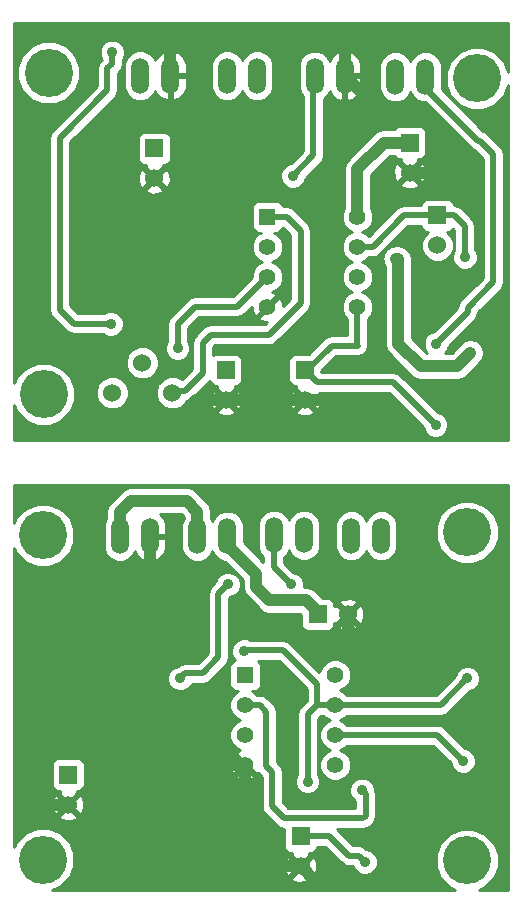
<source format=gbl>
G04 (created by PCBNEW-RS274X (2012-apr-16-27)-stable) date Sat 01 Mar 2014 16:34:46 GMT*
G01*
G70*
G90*
%MOIN*%
G04 Gerber Fmt 3.4, Leading zero omitted, Abs format*
%FSLAX34Y34*%
G04 APERTURE LIST*
%ADD10C,0.006000*%
%ADD11C,0.160000*%
%ADD12R,0.055000X0.055000*%
%ADD13C,0.055000*%
%ADD14O,0.059300X0.118700*%
%ADD15R,0.060000X0.060000*%
%ADD16C,0.060000*%
%ADD17C,0.035000*%
%ADD18C,0.020000*%
%ADD19C,0.040000*%
%ADD20C,0.010000*%
G04 APERTURE END LIST*
G54D10*
G54D11*
X57240Y-34940D03*
G54D12*
X63980Y-39600D03*
G54D13*
X63980Y-40600D03*
X63980Y-41600D03*
X63980Y-42600D03*
X66980Y-42600D03*
X66980Y-41600D03*
X66980Y-40600D03*
X66980Y-39600D03*
G54D14*
X64940Y-34940D03*
X65940Y-34940D03*
X67520Y-34960D03*
X68520Y-34960D03*
X59800Y-34970D03*
X60800Y-34970D03*
X62390Y-34970D03*
X63390Y-34970D03*
X63380Y-19620D03*
X64380Y-19620D03*
X68990Y-19650D03*
X69990Y-19650D03*
X60480Y-19620D03*
X61480Y-19620D03*
G54D12*
X64720Y-24325D03*
G54D13*
X64720Y-25325D03*
X64720Y-26325D03*
X64720Y-27325D03*
X67720Y-27325D03*
X67720Y-26325D03*
X67720Y-25325D03*
X67720Y-24325D03*
G54D15*
X70390Y-24280D03*
G54D16*
X70390Y-25280D03*
G54D15*
X65970Y-29430D03*
G54D16*
X65970Y-30430D03*
G54D15*
X63340Y-29430D03*
G54D16*
X63340Y-30430D03*
G54D15*
X69460Y-21850D03*
G54D16*
X69460Y-22850D03*
G54D15*
X60950Y-22040D03*
G54D16*
X60950Y-23040D03*
G54D15*
X66400Y-37580D03*
G54D16*
X67400Y-37580D03*
G54D14*
X66300Y-19630D03*
X67300Y-19630D03*
G54D16*
X59550Y-30190D03*
X60550Y-29190D03*
X61550Y-30190D03*
G54D11*
X71380Y-45780D03*
X71380Y-34840D03*
X57430Y-19530D03*
X57260Y-30240D03*
X71710Y-19710D03*
X57240Y-45750D03*
G54D15*
X65830Y-44980D03*
G54D16*
X65830Y-45980D03*
G54D15*
X58080Y-42920D03*
G54D16*
X58080Y-43920D03*
G54D17*
X59500Y-27890D03*
X59550Y-18840D03*
X70350Y-28550D03*
X65570Y-22960D03*
X67870Y-43440D03*
X71250Y-42470D03*
X63940Y-38800D03*
X66060Y-43150D03*
X71390Y-39710D03*
X65730Y-40215D03*
X71460Y-37035D03*
X59444Y-20988D03*
X58740Y-24178D03*
X58785Y-18540D03*
X62520Y-36610D03*
X66520Y-27410D03*
X58900Y-42670D03*
X57830Y-28810D03*
X57150Y-24885D03*
X57000Y-27990D03*
X58030Y-37415D03*
X59110Y-38680D03*
X70950Y-43300D03*
X59730Y-36210D03*
X69050Y-31280D03*
X69420Y-44890D03*
X61810Y-39710D03*
X63400Y-36580D03*
X65500Y-36580D03*
X67970Y-45830D03*
X71300Y-25670D03*
X70330Y-31260D03*
X61730Y-28700D03*
X71490Y-28860D03*
X69090Y-25730D03*
G54D18*
X57800Y-27420D02*
X57800Y-26590D01*
X59500Y-27890D02*
X59550Y-27840D01*
X59390Y-20100D02*
X57800Y-21690D01*
X59390Y-19380D02*
X59390Y-20100D01*
X59500Y-27890D02*
X58270Y-27890D01*
X59550Y-18840D02*
X59550Y-19220D01*
X57800Y-21690D02*
X57800Y-26590D01*
X59550Y-19220D02*
X59390Y-19380D01*
X58270Y-27890D02*
X57800Y-27420D01*
X70350Y-28550D02*
X71400Y-27500D01*
X69990Y-20030D02*
X69990Y-19650D01*
X71400Y-27370D02*
X71400Y-27370D01*
X72250Y-22240D02*
X72250Y-26510D01*
X71750Y-21790D02*
X69990Y-20030D01*
X71400Y-27370D02*
X71400Y-27360D01*
X71400Y-27500D02*
X71400Y-27370D01*
X71800Y-21790D02*
X72250Y-22240D01*
X71400Y-27360D02*
X72250Y-26510D01*
X71750Y-21790D02*
X71800Y-21790D01*
X66250Y-19680D02*
X66300Y-19630D01*
X65570Y-22960D02*
X66250Y-22280D01*
X66250Y-22280D02*
X66250Y-19680D01*
X65830Y-27200D02*
X65830Y-24790D01*
X62830Y-28260D02*
X64770Y-28260D01*
X64720Y-24325D02*
X65365Y-24325D01*
X62560Y-29530D02*
X61970Y-30120D01*
X61970Y-30120D02*
X61620Y-30120D01*
X62560Y-29380D02*
X62560Y-29530D01*
X61620Y-30120D02*
X61550Y-30190D01*
X65830Y-24790D02*
X65365Y-24325D01*
X62560Y-29380D02*
X62560Y-28530D01*
X64770Y-28260D02*
X65830Y-27200D01*
X62560Y-28530D02*
X62830Y-28260D01*
X68000Y-43920D02*
X68000Y-44300D01*
X64350Y-40600D02*
X64460Y-40600D01*
X64460Y-40600D02*
X64680Y-40820D01*
X64680Y-40820D02*
X64680Y-42640D01*
X63980Y-40600D02*
X64350Y-40600D01*
X64680Y-42640D02*
X64880Y-42840D01*
X64880Y-42840D02*
X64880Y-43980D01*
X68000Y-44300D02*
X67920Y-44380D01*
X65280Y-44380D02*
X64880Y-43980D01*
X67920Y-44380D02*
X65280Y-44380D01*
X68000Y-43570D02*
X68000Y-43920D01*
X67870Y-43440D02*
X68000Y-43570D01*
X70380Y-41600D02*
X66980Y-41600D01*
X71250Y-42470D02*
X70380Y-41600D01*
X63970Y-38770D02*
X65240Y-38770D01*
X63940Y-38800D02*
X63970Y-38770D01*
X71390Y-39710D02*
X70500Y-40600D01*
X66380Y-40600D02*
X66980Y-40600D01*
X66070Y-43140D02*
X66060Y-43150D01*
X66380Y-40600D02*
X66070Y-40910D01*
X70500Y-40600D02*
X66980Y-40600D01*
X66380Y-39910D02*
X66380Y-40600D01*
X66070Y-40910D02*
X66070Y-43140D01*
X65240Y-38770D02*
X66380Y-39910D01*
G54D19*
X71490Y-38830D02*
X71490Y-37125D01*
X65730Y-40215D02*
X65685Y-40170D01*
X65685Y-40170D02*
X65685Y-40080D01*
X58785Y-18540D02*
X58800Y-18555D01*
X58806Y-24112D02*
X58806Y-21626D01*
X71460Y-37095D02*
X71460Y-37035D01*
X66300Y-46450D02*
X65830Y-45980D01*
X69370Y-45310D02*
X69370Y-45590D01*
X71490Y-37125D02*
X71460Y-37095D01*
X69790Y-20790D02*
X68460Y-20790D01*
X57045Y-24165D02*
X57045Y-27945D01*
X69420Y-44890D02*
X69370Y-44940D01*
X60800Y-36060D02*
X60800Y-34970D01*
X57045Y-24165D02*
X57045Y-24780D01*
X58806Y-21626D02*
X59444Y-20988D01*
X69460Y-22850D02*
X70040Y-22850D01*
X70360Y-21360D02*
X69790Y-20790D01*
X57045Y-27945D02*
X57000Y-27990D01*
X58800Y-18555D02*
X58800Y-19980D01*
X61140Y-36190D02*
X60930Y-36190D01*
X63340Y-30430D02*
X62340Y-30430D01*
X66520Y-27410D02*
X64750Y-29180D01*
X67400Y-37580D02*
X67400Y-37730D01*
X58890Y-42660D02*
X58890Y-38900D01*
X64350Y-45360D02*
X64970Y-45980D01*
X58890Y-38900D02*
X59110Y-38680D01*
X58970Y-42600D02*
X58900Y-42670D01*
X58800Y-19980D02*
X58620Y-20160D01*
X58620Y-20160D02*
X58620Y-20220D01*
X58620Y-20220D02*
X57045Y-21795D01*
X57045Y-21795D02*
X57045Y-24165D01*
X58740Y-24178D02*
X58806Y-24112D01*
X59320Y-30990D02*
X59160Y-30990D01*
X63980Y-42600D02*
X58970Y-42600D01*
X64970Y-45980D02*
X65830Y-45980D01*
X63980Y-42600D02*
X63980Y-44480D01*
X64350Y-44850D02*
X64350Y-45360D01*
X64750Y-29640D02*
X64750Y-29180D01*
X68510Y-46450D02*
X66300Y-46450D01*
X67300Y-18740D02*
X67100Y-18540D01*
X63980Y-44480D02*
X64350Y-44850D01*
X63950Y-30430D02*
X65000Y-30430D01*
X59160Y-30990D02*
X58710Y-30540D01*
X67300Y-19630D02*
X67300Y-18740D01*
X65000Y-30430D02*
X65290Y-30430D01*
X58900Y-42670D02*
X58890Y-42660D01*
X57045Y-24780D02*
X57150Y-24885D01*
X68165Y-20495D02*
X67300Y-19630D01*
X69370Y-45590D02*
X68510Y-46450D01*
X57370Y-43920D02*
X57160Y-43710D01*
X66520Y-23160D02*
X66520Y-23960D01*
X64750Y-29890D02*
X64750Y-30170D01*
X62520Y-36610D02*
X61390Y-37740D01*
X63950Y-30430D02*
X63960Y-30430D01*
X62520Y-36480D02*
X62230Y-36190D01*
X72310Y-39630D02*
X72310Y-42930D01*
X62520Y-36610D02*
X62520Y-36480D01*
X68165Y-20495D02*
X68165Y-20895D01*
X61390Y-37740D02*
X61360Y-37740D01*
X64750Y-30180D02*
X64750Y-30170D01*
X68200Y-30430D02*
X65970Y-30430D01*
X62230Y-36190D02*
X61140Y-36190D01*
X58360Y-37900D02*
X57960Y-37900D01*
X64750Y-29640D02*
X64750Y-29890D01*
X67350Y-19680D02*
X67300Y-19630D01*
X57510Y-37900D02*
X57160Y-38250D01*
X57160Y-38250D02*
X57160Y-40630D01*
X59110Y-38680D02*
X59110Y-38650D01*
X61140Y-36195D02*
X61140Y-36190D01*
X57960Y-37900D02*
X57960Y-37485D01*
X71490Y-38830D02*
X71510Y-38830D01*
X68150Y-38830D02*
X71490Y-38830D01*
X67400Y-38080D02*
X68150Y-38830D01*
X67400Y-37580D02*
X67400Y-38080D01*
X60930Y-36190D02*
X60800Y-36060D01*
X59110Y-38650D02*
X58360Y-37900D01*
X57960Y-37900D02*
X57510Y-37900D01*
X72310Y-42930D02*
X71970Y-43270D01*
X57960Y-37485D02*
X58030Y-37415D01*
X58710Y-29690D02*
X58710Y-30540D01*
X61135Y-36190D02*
X61140Y-36195D01*
X59750Y-36190D02*
X61135Y-36190D01*
X59730Y-36210D02*
X59750Y-36190D01*
X69370Y-44940D02*
X69370Y-45310D01*
X71970Y-43270D02*
X70980Y-43270D01*
X57370Y-43920D02*
X58080Y-43920D01*
X67100Y-18540D02*
X61630Y-18540D01*
X67020Y-22040D02*
X67020Y-22660D01*
X71510Y-38830D02*
X72310Y-39630D01*
X66520Y-23960D02*
X66520Y-27410D01*
X70040Y-22850D02*
X70360Y-22530D01*
X65290Y-30430D02*
X65970Y-30430D01*
X68165Y-20895D02*
X67020Y-22040D01*
X64750Y-30170D02*
X64750Y-30180D01*
X67020Y-22660D02*
X66520Y-23160D01*
X61780Y-30990D02*
X59320Y-30990D01*
X61360Y-37740D02*
X60420Y-38680D01*
X65000Y-30430D02*
X64750Y-30180D01*
X60420Y-38680D02*
X59110Y-38680D01*
X57160Y-43710D02*
X57160Y-40630D01*
X62340Y-30430D02*
X61780Y-30990D01*
X69050Y-31280D02*
X68200Y-30430D01*
X63340Y-30430D02*
X63950Y-30430D01*
X70360Y-22530D02*
X70360Y-21360D01*
X61480Y-18690D02*
X61480Y-19620D01*
X61630Y-18540D02*
X61480Y-18690D01*
X66520Y-27410D02*
X66520Y-27420D01*
X70980Y-43270D02*
X70950Y-43300D01*
X68460Y-20790D02*
X68165Y-20495D01*
X57830Y-28810D02*
X58710Y-29690D01*
G54D18*
X63090Y-39010D02*
X63090Y-36890D01*
X64930Y-36010D02*
X64930Y-34950D01*
X65500Y-36580D02*
X64930Y-36010D01*
X64930Y-34950D02*
X64940Y-34940D01*
X63090Y-36890D02*
X63400Y-36580D01*
X61980Y-39540D02*
X62560Y-39540D01*
X61810Y-39710D02*
X61980Y-39540D01*
X62560Y-39540D02*
X63090Y-39010D01*
G54D19*
X62390Y-34150D02*
X62030Y-33790D01*
X59800Y-34180D02*
X59800Y-34970D01*
X62030Y-33790D02*
X60190Y-33790D01*
X62390Y-34970D02*
X62390Y-34150D01*
X60190Y-33790D02*
X59800Y-34180D01*
G54D18*
X67970Y-45830D02*
X67770Y-45630D01*
X67440Y-45630D02*
X66790Y-44980D01*
X67770Y-45630D02*
X67440Y-45630D01*
X65830Y-44980D02*
X66790Y-44980D01*
X70950Y-24280D02*
X71300Y-24630D01*
X71300Y-24630D02*
X71300Y-25670D01*
X69270Y-24280D02*
X70390Y-24280D01*
X70950Y-24280D02*
X70390Y-24280D01*
X67720Y-25325D02*
X68225Y-25325D01*
X68225Y-25325D02*
X69270Y-24280D01*
X66380Y-29840D02*
X65970Y-29430D01*
X70330Y-31260D02*
X68910Y-29840D01*
X66050Y-29430D02*
X66860Y-28620D01*
X65970Y-29430D02*
X66050Y-29430D01*
X66860Y-28620D02*
X67730Y-28620D01*
X67730Y-28620D02*
X67720Y-28610D01*
X67720Y-28610D02*
X67720Y-27325D01*
X68910Y-29840D02*
X66380Y-29840D01*
X64705Y-26325D02*
X63710Y-27320D01*
X64705Y-26325D02*
X64720Y-26325D01*
X62310Y-27320D02*
X61730Y-27900D01*
X61730Y-28700D02*
X61730Y-27900D01*
X63710Y-27320D02*
X62310Y-27320D01*
G54D19*
X71050Y-29300D02*
X69840Y-29300D01*
X69090Y-25822D02*
X68995Y-25727D01*
X69840Y-29300D02*
X69090Y-28550D01*
X68995Y-25727D02*
X69090Y-25730D01*
X71490Y-28860D02*
X71050Y-29300D01*
X69090Y-28550D02*
X69090Y-25822D01*
X69460Y-21850D02*
X68610Y-21850D01*
X67720Y-22740D02*
X67720Y-24325D01*
X68610Y-21850D02*
X67720Y-22740D01*
X66400Y-37580D02*
X66400Y-37500D01*
X64350Y-36650D02*
X64350Y-36235D01*
X64350Y-36235D02*
X63390Y-35275D01*
X63390Y-35275D02*
X63390Y-34970D01*
X66400Y-37500D02*
X66010Y-37110D01*
X66010Y-37110D02*
X64790Y-37110D01*
X64790Y-37090D02*
X64350Y-36650D01*
X64790Y-37110D02*
X64790Y-37090D01*
G54D10*
G36*
X72755Y-46755D02*
X71768Y-46755D01*
X71974Y-46670D01*
X72270Y-46375D01*
X72430Y-45990D01*
X72430Y-45572D01*
X72430Y-35050D01*
X72430Y-34632D01*
X72270Y-34246D01*
X71975Y-33950D01*
X71590Y-33790D01*
X71172Y-33790D01*
X70786Y-33950D01*
X70490Y-34245D01*
X70330Y-34630D01*
X70330Y-35048D01*
X70490Y-35434D01*
X70785Y-35730D01*
X71170Y-35890D01*
X71588Y-35890D01*
X71974Y-35730D01*
X72270Y-35435D01*
X72430Y-35050D01*
X72430Y-45572D01*
X72270Y-45186D01*
X71975Y-44890D01*
X71815Y-44823D01*
X71815Y-39795D01*
X71815Y-39626D01*
X71751Y-39470D01*
X71631Y-39350D01*
X71475Y-39285D01*
X71306Y-39285D01*
X71150Y-39349D01*
X71030Y-39469D01*
X70965Y-39625D01*
X70965Y-39640D01*
X70355Y-40250D01*
X69056Y-40250D01*
X69056Y-35380D01*
X69056Y-35167D01*
X69056Y-34541D01*
X68975Y-34344D01*
X68824Y-34193D01*
X68627Y-34111D01*
X68414Y-34111D01*
X68217Y-34192D01*
X68066Y-34343D01*
X68020Y-34453D01*
X67975Y-34344D01*
X67824Y-34193D01*
X67627Y-34111D01*
X67414Y-34111D01*
X67217Y-34192D01*
X67066Y-34343D01*
X66984Y-34540D01*
X66984Y-34753D01*
X66984Y-35379D01*
X67065Y-35576D01*
X67216Y-35727D01*
X67413Y-35809D01*
X67626Y-35809D01*
X67823Y-35728D01*
X67974Y-35577D01*
X68019Y-35466D01*
X68065Y-35576D01*
X68216Y-35727D01*
X68413Y-35809D01*
X68626Y-35809D01*
X68823Y-35728D01*
X68974Y-35577D01*
X69056Y-35380D01*
X69056Y-40250D01*
X67943Y-40250D01*
X67943Y-37659D01*
X67932Y-37446D01*
X67872Y-37299D01*
X67778Y-37272D01*
X67708Y-37342D01*
X67708Y-37202D01*
X67681Y-37108D01*
X67479Y-37037D01*
X67266Y-37048D01*
X67119Y-37108D01*
X67092Y-37202D01*
X67400Y-37509D01*
X67708Y-37202D01*
X67708Y-37342D01*
X67471Y-37580D01*
X67778Y-37888D01*
X67872Y-37861D01*
X67943Y-37659D01*
X67943Y-40250D01*
X67708Y-40250D01*
X67708Y-37958D01*
X67400Y-37651D01*
X67329Y-37721D01*
X67329Y-37580D01*
X67022Y-37272D01*
X66949Y-37292D01*
X66949Y-37231D01*
X66911Y-37139D01*
X66841Y-37069D01*
X66750Y-37031D01*
X66651Y-37031D01*
X66567Y-37031D01*
X66328Y-36792D01*
X66183Y-36694D01*
X66010Y-36660D01*
X65925Y-36660D01*
X65925Y-36496D01*
X65861Y-36340D01*
X65741Y-36220D01*
X65585Y-36155D01*
X65569Y-36155D01*
X65280Y-35865D01*
X65280Y-35671D01*
X65394Y-35557D01*
X65439Y-35446D01*
X65485Y-35556D01*
X65636Y-35707D01*
X65833Y-35789D01*
X66046Y-35789D01*
X66243Y-35708D01*
X66394Y-35557D01*
X66476Y-35360D01*
X66476Y-35147D01*
X66476Y-34521D01*
X66395Y-34324D01*
X66244Y-34173D01*
X66047Y-34091D01*
X65834Y-34091D01*
X65637Y-34172D01*
X65486Y-34323D01*
X65440Y-34433D01*
X65395Y-34324D01*
X65244Y-34173D01*
X65047Y-34091D01*
X64834Y-34091D01*
X64637Y-34172D01*
X64486Y-34323D01*
X64404Y-34520D01*
X64404Y-34733D01*
X64404Y-35359D01*
X64485Y-35556D01*
X64580Y-35651D01*
X64580Y-35828D01*
X63926Y-35174D01*
X63926Y-34551D01*
X63845Y-34354D01*
X63694Y-34203D01*
X63497Y-34121D01*
X63284Y-34121D01*
X63087Y-34202D01*
X62936Y-34353D01*
X62890Y-34463D01*
X62845Y-34354D01*
X62840Y-34349D01*
X62840Y-34150D01*
X62806Y-33978D01*
X62806Y-33977D01*
X62708Y-33832D01*
X62348Y-33472D01*
X62203Y-33374D01*
X62030Y-33340D01*
X60190Y-33340D01*
X60018Y-33374D01*
X59969Y-33406D01*
X59871Y-33472D01*
X59482Y-33862D01*
X59384Y-34007D01*
X59350Y-34180D01*
X59350Y-34349D01*
X59346Y-34353D01*
X59264Y-34550D01*
X59264Y-34763D01*
X59264Y-35389D01*
X59345Y-35586D01*
X59496Y-35737D01*
X59693Y-35819D01*
X59906Y-35819D01*
X60103Y-35738D01*
X60254Y-35587D01*
X60298Y-35479D01*
X60333Y-35566D01*
X60483Y-35722D01*
X60666Y-35795D01*
X60750Y-35748D01*
X60750Y-35070D01*
X60750Y-35020D01*
X60750Y-34920D01*
X60850Y-34920D01*
X60900Y-34920D01*
X61346Y-34920D01*
X61346Y-34575D01*
X61267Y-34374D01*
X61138Y-34240D01*
X61844Y-34240D01*
X61940Y-34336D01*
X61940Y-34349D01*
X61936Y-34353D01*
X61854Y-34550D01*
X61854Y-34763D01*
X61854Y-35389D01*
X61935Y-35586D01*
X62086Y-35737D01*
X62283Y-35819D01*
X62496Y-35819D01*
X62693Y-35738D01*
X62844Y-35587D01*
X62889Y-35476D01*
X62935Y-35586D01*
X63086Y-35737D01*
X63283Y-35819D01*
X63297Y-35819D01*
X63900Y-36421D01*
X63900Y-36650D01*
X63934Y-36823D01*
X64032Y-36968D01*
X64431Y-37367D01*
X64472Y-37428D01*
X64618Y-37526D01*
X64790Y-37560D01*
X65823Y-37560D01*
X65851Y-37587D01*
X65851Y-37929D01*
X65889Y-38021D01*
X65959Y-38091D01*
X66050Y-38129D01*
X66149Y-38129D01*
X66749Y-38129D01*
X66841Y-38091D01*
X66911Y-38021D01*
X66949Y-37930D01*
X66949Y-37867D01*
X67022Y-37888D01*
X67329Y-37580D01*
X67329Y-37721D01*
X67092Y-37958D01*
X67119Y-38052D01*
X67321Y-38123D01*
X67534Y-38112D01*
X67681Y-38052D01*
X67708Y-37958D01*
X67708Y-40250D01*
X67372Y-40250D01*
X67278Y-40155D01*
X67144Y-40099D01*
X67277Y-40045D01*
X67425Y-39898D01*
X67505Y-39705D01*
X67505Y-39496D01*
X67425Y-39303D01*
X67278Y-39155D01*
X67085Y-39075D01*
X66876Y-39075D01*
X66683Y-39155D01*
X66535Y-39302D01*
X66456Y-39491D01*
X65487Y-38523D01*
X65374Y-38447D01*
X65240Y-38420D01*
X64133Y-38420D01*
X64025Y-38375D01*
X63856Y-38375D01*
X63825Y-38387D01*
X63825Y-36665D01*
X63825Y-36496D01*
X63761Y-36340D01*
X63641Y-36220D01*
X63485Y-36155D01*
X63316Y-36155D01*
X63160Y-36219D01*
X63040Y-36339D01*
X62975Y-36495D01*
X62975Y-36510D01*
X62843Y-36643D01*
X62767Y-36756D01*
X62740Y-36890D01*
X62740Y-38865D01*
X62415Y-39190D01*
X61980Y-39190D01*
X61846Y-39217D01*
X61744Y-39285D01*
X61726Y-39285D01*
X61570Y-39349D01*
X61450Y-39469D01*
X61385Y-39625D01*
X61385Y-39794D01*
X61449Y-39950D01*
X61569Y-40070D01*
X61725Y-40135D01*
X61894Y-40135D01*
X62050Y-40071D01*
X62170Y-39951D01*
X62195Y-39890D01*
X62560Y-39890D01*
X62560Y-39889D01*
X62694Y-39863D01*
X62807Y-39787D01*
X63337Y-39258D01*
X63337Y-39257D01*
X63413Y-39144D01*
X63439Y-39010D01*
X63440Y-39010D01*
X63440Y-37034D01*
X63469Y-37005D01*
X63484Y-37005D01*
X63640Y-36941D01*
X63760Y-36821D01*
X63825Y-36665D01*
X63825Y-38387D01*
X63700Y-38439D01*
X63580Y-38559D01*
X63515Y-38715D01*
X63515Y-38884D01*
X63579Y-39040D01*
X63626Y-39087D01*
X63564Y-39114D01*
X63494Y-39184D01*
X63456Y-39275D01*
X63456Y-39374D01*
X63456Y-39924D01*
X63494Y-40016D01*
X63564Y-40086D01*
X63655Y-40124D01*
X63754Y-40124D01*
X63683Y-40155D01*
X63535Y-40302D01*
X63455Y-40495D01*
X63455Y-40704D01*
X63535Y-40897D01*
X63682Y-41045D01*
X63815Y-41100D01*
X63683Y-41155D01*
X63535Y-41302D01*
X63455Y-41495D01*
X63455Y-41704D01*
X63535Y-41897D01*
X63682Y-42045D01*
X63822Y-42103D01*
X63713Y-42148D01*
X63690Y-42239D01*
X63945Y-42494D01*
X63980Y-42529D01*
X64051Y-42600D01*
X64086Y-42635D01*
X64341Y-42890D01*
X64421Y-42869D01*
X64433Y-42887D01*
X64530Y-42984D01*
X64530Y-43980D01*
X64557Y-44114D01*
X64633Y-44227D01*
X65032Y-44627D01*
X65033Y-44627D01*
X65146Y-44703D01*
X65280Y-44730D01*
X65281Y-44730D01*
X65281Y-45329D01*
X65319Y-45421D01*
X65389Y-45491D01*
X65480Y-45529D01*
X65542Y-45529D01*
X65522Y-45602D01*
X65830Y-45909D01*
X66138Y-45602D01*
X66117Y-45529D01*
X66179Y-45529D01*
X66271Y-45491D01*
X66341Y-45421D01*
X66379Y-45330D01*
X66645Y-45330D01*
X67192Y-45877D01*
X67193Y-45877D01*
X67306Y-45953D01*
X67440Y-45980D01*
X67572Y-45980D01*
X67609Y-46070D01*
X67729Y-46190D01*
X67885Y-46255D01*
X68054Y-46255D01*
X68210Y-46191D01*
X68330Y-46071D01*
X68395Y-45915D01*
X68395Y-45746D01*
X68331Y-45590D01*
X68211Y-45470D01*
X68055Y-45405D01*
X68039Y-45405D01*
X68017Y-45383D01*
X67904Y-45307D01*
X67770Y-45280D01*
X67584Y-45280D01*
X67037Y-44733D01*
X67032Y-44730D01*
X67920Y-44730D01*
X67920Y-44729D01*
X68054Y-44703D01*
X68167Y-44627D01*
X68247Y-44548D01*
X68247Y-44547D01*
X68323Y-44434D01*
X68349Y-44300D01*
X68350Y-44300D01*
X68350Y-43920D01*
X68350Y-43570D01*
X68349Y-43569D01*
X68323Y-43436D01*
X68295Y-43394D01*
X68295Y-43356D01*
X68231Y-43200D01*
X68111Y-43080D01*
X67955Y-43015D01*
X67786Y-43015D01*
X67630Y-43079D01*
X67510Y-43199D01*
X67445Y-43355D01*
X67445Y-43524D01*
X67509Y-43680D01*
X67629Y-43800D01*
X67650Y-43808D01*
X67650Y-43920D01*
X67650Y-44030D01*
X65424Y-44030D01*
X65230Y-43835D01*
X65230Y-42840D01*
X65229Y-42839D01*
X65203Y-42706D01*
X65127Y-42593D01*
X65127Y-42592D01*
X65030Y-42495D01*
X65030Y-40820D01*
X65003Y-40686D01*
X64927Y-40573D01*
X64927Y-40572D01*
X64707Y-40353D01*
X64594Y-40277D01*
X64460Y-40250D01*
X64372Y-40250D01*
X64278Y-40155D01*
X64203Y-40124D01*
X64304Y-40124D01*
X64396Y-40086D01*
X64466Y-40016D01*
X64504Y-39925D01*
X64504Y-39826D01*
X64504Y-39276D01*
X64466Y-39184D01*
X64402Y-39120D01*
X65095Y-39120D01*
X66030Y-40054D01*
X66030Y-40455D01*
X65823Y-40663D01*
X65747Y-40776D01*
X65720Y-40910D01*
X65720Y-42889D01*
X65700Y-42909D01*
X65635Y-43065D01*
X65635Y-43234D01*
X65699Y-43390D01*
X65819Y-43510D01*
X65975Y-43575D01*
X66144Y-43575D01*
X66300Y-43511D01*
X66420Y-43391D01*
X66485Y-43235D01*
X66485Y-43066D01*
X66421Y-42910D01*
X66420Y-42909D01*
X66420Y-41054D01*
X66524Y-40950D01*
X66587Y-40950D01*
X66682Y-41045D01*
X66815Y-41100D01*
X66683Y-41155D01*
X66535Y-41302D01*
X66455Y-41495D01*
X66455Y-41704D01*
X66535Y-41897D01*
X66682Y-42045D01*
X66815Y-42100D01*
X66683Y-42155D01*
X66535Y-42302D01*
X66455Y-42495D01*
X66455Y-42704D01*
X66535Y-42897D01*
X66682Y-43045D01*
X66875Y-43125D01*
X67084Y-43125D01*
X67277Y-43045D01*
X67425Y-42898D01*
X67505Y-42705D01*
X67505Y-42496D01*
X67425Y-42303D01*
X67278Y-42155D01*
X67144Y-42099D01*
X67277Y-42045D01*
X67372Y-41950D01*
X70235Y-41950D01*
X70825Y-42539D01*
X70825Y-42554D01*
X70889Y-42710D01*
X71009Y-42830D01*
X71165Y-42895D01*
X71334Y-42895D01*
X71490Y-42831D01*
X71610Y-42711D01*
X71675Y-42555D01*
X71675Y-42386D01*
X71611Y-42230D01*
X71491Y-42110D01*
X71335Y-42045D01*
X71319Y-42045D01*
X70627Y-41353D01*
X70514Y-41277D01*
X70380Y-41250D01*
X67372Y-41250D01*
X67278Y-41155D01*
X67144Y-41099D01*
X67277Y-41045D01*
X67372Y-40950D01*
X70500Y-40950D01*
X70500Y-40949D01*
X70634Y-40923D01*
X70747Y-40847D01*
X71459Y-40135D01*
X71474Y-40135D01*
X71630Y-40071D01*
X71750Y-39951D01*
X71815Y-39795D01*
X71815Y-44823D01*
X71590Y-44730D01*
X71172Y-44730D01*
X70786Y-44890D01*
X70490Y-45185D01*
X70330Y-45570D01*
X70330Y-45988D01*
X70490Y-46374D01*
X70785Y-46670D01*
X70989Y-46755D01*
X66373Y-46755D01*
X66373Y-46059D01*
X66362Y-45846D01*
X66302Y-45699D01*
X66208Y-45672D01*
X65901Y-45980D01*
X66208Y-46288D01*
X66302Y-46261D01*
X66373Y-46059D01*
X66373Y-46755D01*
X66138Y-46755D01*
X66138Y-46358D01*
X65830Y-46051D01*
X65759Y-46121D01*
X65759Y-45980D01*
X65452Y-45672D01*
X65358Y-45699D01*
X65287Y-45901D01*
X65298Y-46114D01*
X65358Y-46261D01*
X65452Y-46288D01*
X65759Y-45980D01*
X65759Y-46121D01*
X65522Y-46358D01*
X65549Y-46452D01*
X65751Y-46523D01*
X65964Y-46512D01*
X66111Y-46452D01*
X66138Y-46358D01*
X66138Y-46755D01*
X64270Y-46755D01*
X64270Y-42961D01*
X63980Y-42671D01*
X63909Y-42742D01*
X63909Y-42600D01*
X63619Y-42310D01*
X63528Y-42333D01*
X63461Y-42526D01*
X63472Y-42730D01*
X63528Y-42867D01*
X63619Y-42890D01*
X63909Y-42600D01*
X63909Y-42742D01*
X63690Y-42961D01*
X63713Y-43052D01*
X63906Y-43119D01*
X64110Y-43108D01*
X64247Y-43052D01*
X64270Y-42961D01*
X64270Y-46755D01*
X61346Y-46755D01*
X61346Y-35365D01*
X61346Y-35020D01*
X60850Y-35020D01*
X60850Y-35748D01*
X60934Y-35795D01*
X61117Y-35722D01*
X61267Y-35566D01*
X61346Y-35365D01*
X61346Y-46755D01*
X58629Y-46755D01*
X58629Y-43270D01*
X58629Y-43171D01*
X58629Y-42571D01*
X58591Y-42479D01*
X58521Y-42409D01*
X58430Y-42371D01*
X58331Y-42371D01*
X57731Y-42371D01*
X57639Y-42409D01*
X57569Y-42479D01*
X57531Y-42570D01*
X57531Y-42669D01*
X57531Y-43269D01*
X57569Y-43361D01*
X57639Y-43431D01*
X57730Y-43469D01*
X57792Y-43469D01*
X57772Y-43542D01*
X58080Y-43849D01*
X58388Y-43542D01*
X58367Y-43469D01*
X58429Y-43469D01*
X58521Y-43431D01*
X58591Y-43361D01*
X58629Y-43270D01*
X58629Y-46755D01*
X58623Y-46755D01*
X58623Y-43999D01*
X58612Y-43786D01*
X58552Y-43639D01*
X58458Y-43612D01*
X58151Y-43920D01*
X58458Y-44228D01*
X58552Y-44201D01*
X58623Y-43999D01*
X58623Y-46755D01*
X58388Y-46755D01*
X58388Y-44298D01*
X58080Y-43991D01*
X58009Y-44061D01*
X58009Y-43920D01*
X57702Y-43612D01*
X57608Y-43639D01*
X57537Y-43841D01*
X57548Y-44054D01*
X57608Y-44201D01*
X57702Y-44228D01*
X58009Y-43920D01*
X58009Y-44061D01*
X57772Y-44298D01*
X57799Y-44392D01*
X58001Y-44463D01*
X58214Y-44452D01*
X58361Y-44392D01*
X58388Y-44298D01*
X58388Y-46755D01*
X57556Y-46755D01*
X57834Y-46640D01*
X58130Y-46345D01*
X58290Y-45960D01*
X58290Y-45542D01*
X58130Y-45156D01*
X57835Y-44860D01*
X57450Y-44700D01*
X57032Y-44700D01*
X56646Y-44860D01*
X56350Y-45155D01*
X56275Y-45335D01*
X56275Y-35353D01*
X56350Y-35534D01*
X56645Y-35830D01*
X57030Y-35990D01*
X57448Y-35990D01*
X57834Y-35830D01*
X58130Y-35535D01*
X58290Y-35150D01*
X58290Y-34732D01*
X58130Y-34346D01*
X57835Y-34050D01*
X57450Y-33890D01*
X57032Y-33890D01*
X56646Y-34050D01*
X56350Y-34345D01*
X56275Y-34525D01*
X56275Y-33260D01*
X72755Y-33260D01*
X72755Y-46755D01*
X72755Y-46755D01*
G37*
G54D20*
X72755Y-46755D02*
X71768Y-46755D01*
X71974Y-46670D01*
X72270Y-46375D01*
X72430Y-45990D01*
X72430Y-45572D01*
X72430Y-35050D01*
X72430Y-34632D01*
X72270Y-34246D01*
X71975Y-33950D01*
X71590Y-33790D01*
X71172Y-33790D01*
X70786Y-33950D01*
X70490Y-34245D01*
X70330Y-34630D01*
X70330Y-35048D01*
X70490Y-35434D01*
X70785Y-35730D01*
X71170Y-35890D01*
X71588Y-35890D01*
X71974Y-35730D01*
X72270Y-35435D01*
X72430Y-35050D01*
X72430Y-45572D01*
X72270Y-45186D01*
X71975Y-44890D01*
X71815Y-44823D01*
X71815Y-39795D01*
X71815Y-39626D01*
X71751Y-39470D01*
X71631Y-39350D01*
X71475Y-39285D01*
X71306Y-39285D01*
X71150Y-39349D01*
X71030Y-39469D01*
X70965Y-39625D01*
X70965Y-39640D01*
X70355Y-40250D01*
X69056Y-40250D01*
X69056Y-35380D01*
X69056Y-35167D01*
X69056Y-34541D01*
X68975Y-34344D01*
X68824Y-34193D01*
X68627Y-34111D01*
X68414Y-34111D01*
X68217Y-34192D01*
X68066Y-34343D01*
X68020Y-34453D01*
X67975Y-34344D01*
X67824Y-34193D01*
X67627Y-34111D01*
X67414Y-34111D01*
X67217Y-34192D01*
X67066Y-34343D01*
X66984Y-34540D01*
X66984Y-34753D01*
X66984Y-35379D01*
X67065Y-35576D01*
X67216Y-35727D01*
X67413Y-35809D01*
X67626Y-35809D01*
X67823Y-35728D01*
X67974Y-35577D01*
X68019Y-35466D01*
X68065Y-35576D01*
X68216Y-35727D01*
X68413Y-35809D01*
X68626Y-35809D01*
X68823Y-35728D01*
X68974Y-35577D01*
X69056Y-35380D01*
X69056Y-40250D01*
X67943Y-40250D01*
X67943Y-37659D01*
X67932Y-37446D01*
X67872Y-37299D01*
X67778Y-37272D01*
X67708Y-37342D01*
X67708Y-37202D01*
X67681Y-37108D01*
X67479Y-37037D01*
X67266Y-37048D01*
X67119Y-37108D01*
X67092Y-37202D01*
X67400Y-37509D01*
X67708Y-37202D01*
X67708Y-37342D01*
X67471Y-37580D01*
X67778Y-37888D01*
X67872Y-37861D01*
X67943Y-37659D01*
X67943Y-40250D01*
X67708Y-40250D01*
X67708Y-37958D01*
X67400Y-37651D01*
X67329Y-37721D01*
X67329Y-37580D01*
X67022Y-37272D01*
X66949Y-37292D01*
X66949Y-37231D01*
X66911Y-37139D01*
X66841Y-37069D01*
X66750Y-37031D01*
X66651Y-37031D01*
X66567Y-37031D01*
X66328Y-36792D01*
X66183Y-36694D01*
X66010Y-36660D01*
X65925Y-36660D01*
X65925Y-36496D01*
X65861Y-36340D01*
X65741Y-36220D01*
X65585Y-36155D01*
X65569Y-36155D01*
X65280Y-35865D01*
X65280Y-35671D01*
X65394Y-35557D01*
X65439Y-35446D01*
X65485Y-35556D01*
X65636Y-35707D01*
X65833Y-35789D01*
X66046Y-35789D01*
X66243Y-35708D01*
X66394Y-35557D01*
X66476Y-35360D01*
X66476Y-35147D01*
X66476Y-34521D01*
X66395Y-34324D01*
X66244Y-34173D01*
X66047Y-34091D01*
X65834Y-34091D01*
X65637Y-34172D01*
X65486Y-34323D01*
X65440Y-34433D01*
X65395Y-34324D01*
X65244Y-34173D01*
X65047Y-34091D01*
X64834Y-34091D01*
X64637Y-34172D01*
X64486Y-34323D01*
X64404Y-34520D01*
X64404Y-34733D01*
X64404Y-35359D01*
X64485Y-35556D01*
X64580Y-35651D01*
X64580Y-35828D01*
X63926Y-35174D01*
X63926Y-34551D01*
X63845Y-34354D01*
X63694Y-34203D01*
X63497Y-34121D01*
X63284Y-34121D01*
X63087Y-34202D01*
X62936Y-34353D01*
X62890Y-34463D01*
X62845Y-34354D01*
X62840Y-34349D01*
X62840Y-34150D01*
X62806Y-33978D01*
X62806Y-33977D01*
X62708Y-33832D01*
X62348Y-33472D01*
X62203Y-33374D01*
X62030Y-33340D01*
X60190Y-33340D01*
X60018Y-33374D01*
X59969Y-33406D01*
X59871Y-33472D01*
X59482Y-33862D01*
X59384Y-34007D01*
X59350Y-34180D01*
X59350Y-34349D01*
X59346Y-34353D01*
X59264Y-34550D01*
X59264Y-34763D01*
X59264Y-35389D01*
X59345Y-35586D01*
X59496Y-35737D01*
X59693Y-35819D01*
X59906Y-35819D01*
X60103Y-35738D01*
X60254Y-35587D01*
X60298Y-35479D01*
X60333Y-35566D01*
X60483Y-35722D01*
X60666Y-35795D01*
X60750Y-35748D01*
X60750Y-35070D01*
X60750Y-35020D01*
X60750Y-34920D01*
X60850Y-34920D01*
X60900Y-34920D01*
X61346Y-34920D01*
X61346Y-34575D01*
X61267Y-34374D01*
X61138Y-34240D01*
X61844Y-34240D01*
X61940Y-34336D01*
X61940Y-34349D01*
X61936Y-34353D01*
X61854Y-34550D01*
X61854Y-34763D01*
X61854Y-35389D01*
X61935Y-35586D01*
X62086Y-35737D01*
X62283Y-35819D01*
X62496Y-35819D01*
X62693Y-35738D01*
X62844Y-35587D01*
X62889Y-35476D01*
X62935Y-35586D01*
X63086Y-35737D01*
X63283Y-35819D01*
X63297Y-35819D01*
X63900Y-36421D01*
X63900Y-36650D01*
X63934Y-36823D01*
X64032Y-36968D01*
X64431Y-37367D01*
X64472Y-37428D01*
X64618Y-37526D01*
X64790Y-37560D01*
X65823Y-37560D01*
X65851Y-37587D01*
X65851Y-37929D01*
X65889Y-38021D01*
X65959Y-38091D01*
X66050Y-38129D01*
X66149Y-38129D01*
X66749Y-38129D01*
X66841Y-38091D01*
X66911Y-38021D01*
X66949Y-37930D01*
X66949Y-37867D01*
X67022Y-37888D01*
X67329Y-37580D01*
X67329Y-37721D01*
X67092Y-37958D01*
X67119Y-38052D01*
X67321Y-38123D01*
X67534Y-38112D01*
X67681Y-38052D01*
X67708Y-37958D01*
X67708Y-40250D01*
X67372Y-40250D01*
X67278Y-40155D01*
X67144Y-40099D01*
X67277Y-40045D01*
X67425Y-39898D01*
X67505Y-39705D01*
X67505Y-39496D01*
X67425Y-39303D01*
X67278Y-39155D01*
X67085Y-39075D01*
X66876Y-39075D01*
X66683Y-39155D01*
X66535Y-39302D01*
X66456Y-39491D01*
X65487Y-38523D01*
X65374Y-38447D01*
X65240Y-38420D01*
X64133Y-38420D01*
X64025Y-38375D01*
X63856Y-38375D01*
X63825Y-38387D01*
X63825Y-36665D01*
X63825Y-36496D01*
X63761Y-36340D01*
X63641Y-36220D01*
X63485Y-36155D01*
X63316Y-36155D01*
X63160Y-36219D01*
X63040Y-36339D01*
X62975Y-36495D01*
X62975Y-36510D01*
X62843Y-36643D01*
X62767Y-36756D01*
X62740Y-36890D01*
X62740Y-38865D01*
X62415Y-39190D01*
X61980Y-39190D01*
X61846Y-39217D01*
X61744Y-39285D01*
X61726Y-39285D01*
X61570Y-39349D01*
X61450Y-39469D01*
X61385Y-39625D01*
X61385Y-39794D01*
X61449Y-39950D01*
X61569Y-40070D01*
X61725Y-40135D01*
X61894Y-40135D01*
X62050Y-40071D01*
X62170Y-39951D01*
X62195Y-39890D01*
X62560Y-39890D01*
X62560Y-39889D01*
X62694Y-39863D01*
X62807Y-39787D01*
X63337Y-39258D01*
X63337Y-39257D01*
X63413Y-39144D01*
X63439Y-39010D01*
X63440Y-39010D01*
X63440Y-37034D01*
X63469Y-37005D01*
X63484Y-37005D01*
X63640Y-36941D01*
X63760Y-36821D01*
X63825Y-36665D01*
X63825Y-38387D01*
X63700Y-38439D01*
X63580Y-38559D01*
X63515Y-38715D01*
X63515Y-38884D01*
X63579Y-39040D01*
X63626Y-39087D01*
X63564Y-39114D01*
X63494Y-39184D01*
X63456Y-39275D01*
X63456Y-39374D01*
X63456Y-39924D01*
X63494Y-40016D01*
X63564Y-40086D01*
X63655Y-40124D01*
X63754Y-40124D01*
X63683Y-40155D01*
X63535Y-40302D01*
X63455Y-40495D01*
X63455Y-40704D01*
X63535Y-40897D01*
X63682Y-41045D01*
X63815Y-41100D01*
X63683Y-41155D01*
X63535Y-41302D01*
X63455Y-41495D01*
X63455Y-41704D01*
X63535Y-41897D01*
X63682Y-42045D01*
X63822Y-42103D01*
X63713Y-42148D01*
X63690Y-42239D01*
X63945Y-42494D01*
X63980Y-42529D01*
X64051Y-42600D01*
X64086Y-42635D01*
X64341Y-42890D01*
X64421Y-42869D01*
X64433Y-42887D01*
X64530Y-42984D01*
X64530Y-43980D01*
X64557Y-44114D01*
X64633Y-44227D01*
X65032Y-44627D01*
X65033Y-44627D01*
X65146Y-44703D01*
X65280Y-44730D01*
X65281Y-44730D01*
X65281Y-45329D01*
X65319Y-45421D01*
X65389Y-45491D01*
X65480Y-45529D01*
X65542Y-45529D01*
X65522Y-45602D01*
X65830Y-45909D01*
X66138Y-45602D01*
X66117Y-45529D01*
X66179Y-45529D01*
X66271Y-45491D01*
X66341Y-45421D01*
X66379Y-45330D01*
X66645Y-45330D01*
X67192Y-45877D01*
X67193Y-45877D01*
X67306Y-45953D01*
X67440Y-45980D01*
X67572Y-45980D01*
X67609Y-46070D01*
X67729Y-46190D01*
X67885Y-46255D01*
X68054Y-46255D01*
X68210Y-46191D01*
X68330Y-46071D01*
X68395Y-45915D01*
X68395Y-45746D01*
X68331Y-45590D01*
X68211Y-45470D01*
X68055Y-45405D01*
X68039Y-45405D01*
X68017Y-45383D01*
X67904Y-45307D01*
X67770Y-45280D01*
X67584Y-45280D01*
X67037Y-44733D01*
X67032Y-44730D01*
X67920Y-44730D01*
X67920Y-44729D01*
X68054Y-44703D01*
X68167Y-44627D01*
X68247Y-44548D01*
X68247Y-44547D01*
X68323Y-44434D01*
X68349Y-44300D01*
X68350Y-44300D01*
X68350Y-43920D01*
X68350Y-43570D01*
X68349Y-43569D01*
X68323Y-43436D01*
X68295Y-43394D01*
X68295Y-43356D01*
X68231Y-43200D01*
X68111Y-43080D01*
X67955Y-43015D01*
X67786Y-43015D01*
X67630Y-43079D01*
X67510Y-43199D01*
X67445Y-43355D01*
X67445Y-43524D01*
X67509Y-43680D01*
X67629Y-43800D01*
X67650Y-43808D01*
X67650Y-43920D01*
X67650Y-44030D01*
X65424Y-44030D01*
X65230Y-43835D01*
X65230Y-42840D01*
X65229Y-42839D01*
X65203Y-42706D01*
X65127Y-42593D01*
X65127Y-42592D01*
X65030Y-42495D01*
X65030Y-40820D01*
X65003Y-40686D01*
X64927Y-40573D01*
X64927Y-40572D01*
X64707Y-40353D01*
X64594Y-40277D01*
X64460Y-40250D01*
X64372Y-40250D01*
X64278Y-40155D01*
X64203Y-40124D01*
X64304Y-40124D01*
X64396Y-40086D01*
X64466Y-40016D01*
X64504Y-39925D01*
X64504Y-39826D01*
X64504Y-39276D01*
X64466Y-39184D01*
X64402Y-39120D01*
X65095Y-39120D01*
X66030Y-40054D01*
X66030Y-40455D01*
X65823Y-40663D01*
X65747Y-40776D01*
X65720Y-40910D01*
X65720Y-42889D01*
X65700Y-42909D01*
X65635Y-43065D01*
X65635Y-43234D01*
X65699Y-43390D01*
X65819Y-43510D01*
X65975Y-43575D01*
X66144Y-43575D01*
X66300Y-43511D01*
X66420Y-43391D01*
X66485Y-43235D01*
X66485Y-43066D01*
X66421Y-42910D01*
X66420Y-42909D01*
X66420Y-41054D01*
X66524Y-40950D01*
X66587Y-40950D01*
X66682Y-41045D01*
X66815Y-41100D01*
X66683Y-41155D01*
X66535Y-41302D01*
X66455Y-41495D01*
X66455Y-41704D01*
X66535Y-41897D01*
X66682Y-42045D01*
X66815Y-42100D01*
X66683Y-42155D01*
X66535Y-42302D01*
X66455Y-42495D01*
X66455Y-42704D01*
X66535Y-42897D01*
X66682Y-43045D01*
X66875Y-43125D01*
X67084Y-43125D01*
X67277Y-43045D01*
X67425Y-42898D01*
X67505Y-42705D01*
X67505Y-42496D01*
X67425Y-42303D01*
X67278Y-42155D01*
X67144Y-42099D01*
X67277Y-42045D01*
X67372Y-41950D01*
X70235Y-41950D01*
X70825Y-42539D01*
X70825Y-42554D01*
X70889Y-42710D01*
X71009Y-42830D01*
X71165Y-42895D01*
X71334Y-42895D01*
X71490Y-42831D01*
X71610Y-42711D01*
X71675Y-42555D01*
X71675Y-42386D01*
X71611Y-42230D01*
X71491Y-42110D01*
X71335Y-42045D01*
X71319Y-42045D01*
X70627Y-41353D01*
X70514Y-41277D01*
X70380Y-41250D01*
X67372Y-41250D01*
X67278Y-41155D01*
X67144Y-41099D01*
X67277Y-41045D01*
X67372Y-40950D01*
X70500Y-40950D01*
X70500Y-40949D01*
X70634Y-40923D01*
X70747Y-40847D01*
X71459Y-40135D01*
X71474Y-40135D01*
X71630Y-40071D01*
X71750Y-39951D01*
X71815Y-39795D01*
X71815Y-44823D01*
X71590Y-44730D01*
X71172Y-44730D01*
X70786Y-44890D01*
X70490Y-45185D01*
X70330Y-45570D01*
X70330Y-45988D01*
X70490Y-46374D01*
X70785Y-46670D01*
X70989Y-46755D01*
X66373Y-46755D01*
X66373Y-46059D01*
X66362Y-45846D01*
X66302Y-45699D01*
X66208Y-45672D01*
X65901Y-45980D01*
X66208Y-46288D01*
X66302Y-46261D01*
X66373Y-46059D01*
X66373Y-46755D01*
X66138Y-46755D01*
X66138Y-46358D01*
X65830Y-46051D01*
X65759Y-46121D01*
X65759Y-45980D01*
X65452Y-45672D01*
X65358Y-45699D01*
X65287Y-45901D01*
X65298Y-46114D01*
X65358Y-46261D01*
X65452Y-46288D01*
X65759Y-45980D01*
X65759Y-46121D01*
X65522Y-46358D01*
X65549Y-46452D01*
X65751Y-46523D01*
X65964Y-46512D01*
X66111Y-46452D01*
X66138Y-46358D01*
X66138Y-46755D01*
X64270Y-46755D01*
X64270Y-42961D01*
X63980Y-42671D01*
X63909Y-42742D01*
X63909Y-42600D01*
X63619Y-42310D01*
X63528Y-42333D01*
X63461Y-42526D01*
X63472Y-42730D01*
X63528Y-42867D01*
X63619Y-42890D01*
X63909Y-42600D01*
X63909Y-42742D01*
X63690Y-42961D01*
X63713Y-43052D01*
X63906Y-43119D01*
X64110Y-43108D01*
X64247Y-43052D01*
X64270Y-42961D01*
X64270Y-46755D01*
X61346Y-46755D01*
X61346Y-35365D01*
X61346Y-35020D01*
X60850Y-35020D01*
X60850Y-35748D01*
X60934Y-35795D01*
X61117Y-35722D01*
X61267Y-35566D01*
X61346Y-35365D01*
X61346Y-46755D01*
X58629Y-46755D01*
X58629Y-43270D01*
X58629Y-43171D01*
X58629Y-42571D01*
X58591Y-42479D01*
X58521Y-42409D01*
X58430Y-42371D01*
X58331Y-42371D01*
X57731Y-42371D01*
X57639Y-42409D01*
X57569Y-42479D01*
X57531Y-42570D01*
X57531Y-42669D01*
X57531Y-43269D01*
X57569Y-43361D01*
X57639Y-43431D01*
X57730Y-43469D01*
X57792Y-43469D01*
X57772Y-43542D01*
X58080Y-43849D01*
X58388Y-43542D01*
X58367Y-43469D01*
X58429Y-43469D01*
X58521Y-43431D01*
X58591Y-43361D01*
X58629Y-43270D01*
X58629Y-46755D01*
X58623Y-46755D01*
X58623Y-43999D01*
X58612Y-43786D01*
X58552Y-43639D01*
X58458Y-43612D01*
X58151Y-43920D01*
X58458Y-44228D01*
X58552Y-44201D01*
X58623Y-43999D01*
X58623Y-46755D01*
X58388Y-46755D01*
X58388Y-44298D01*
X58080Y-43991D01*
X58009Y-44061D01*
X58009Y-43920D01*
X57702Y-43612D01*
X57608Y-43639D01*
X57537Y-43841D01*
X57548Y-44054D01*
X57608Y-44201D01*
X57702Y-44228D01*
X58009Y-43920D01*
X58009Y-44061D01*
X57772Y-44298D01*
X57799Y-44392D01*
X58001Y-44463D01*
X58214Y-44452D01*
X58361Y-44392D01*
X58388Y-44298D01*
X58388Y-46755D01*
X57556Y-46755D01*
X57834Y-46640D01*
X58130Y-46345D01*
X58290Y-45960D01*
X58290Y-45542D01*
X58130Y-45156D01*
X57835Y-44860D01*
X57450Y-44700D01*
X57032Y-44700D01*
X56646Y-44860D01*
X56350Y-45155D01*
X56275Y-45335D01*
X56275Y-35353D01*
X56350Y-35534D01*
X56645Y-35830D01*
X57030Y-35990D01*
X57448Y-35990D01*
X57834Y-35830D01*
X58130Y-35535D01*
X58290Y-35150D01*
X58290Y-34732D01*
X58130Y-34346D01*
X57835Y-34050D01*
X57450Y-33890D01*
X57032Y-33890D01*
X56646Y-34050D01*
X56350Y-34345D01*
X56275Y-34525D01*
X56275Y-33260D01*
X72755Y-33260D01*
X72755Y-46755D01*
G54D10*
G36*
X72756Y-18644D02*
X72755Y-18650D01*
X72755Y-19489D01*
X72600Y-19116D01*
X72305Y-18820D01*
X71920Y-18660D01*
X71502Y-18660D01*
X71116Y-18820D01*
X70820Y-19115D01*
X70660Y-19500D01*
X70660Y-19918D01*
X70820Y-20304D01*
X71115Y-20600D01*
X71500Y-20760D01*
X71918Y-20760D01*
X72304Y-20600D01*
X72600Y-20305D01*
X72755Y-19932D01*
X72755Y-31759D01*
X72600Y-31758D01*
X72600Y-26510D01*
X72600Y-22240D01*
X72573Y-22106D01*
X72497Y-21993D01*
X72497Y-21992D01*
X72047Y-21543D01*
X71934Y-21467D01*
X71917Y-21463D01*
X70525Y-20071D01*
X70526Y-20070D01*
X70526Y-19857D01*
X70526Y-19231D01*
X70445Y-19034D01*
X70294Y-18883D01*
X70097Y-18801D01*
X69884Y-18801D01*
X69687Y-18882D01*
X69536Y-19033D01*
X69490Y-19143D01*
X69445Y-19034D01*
X69294Y-18883D01*
X69097Y-18801D01*
X68884Y-18801D01*
X68687Y-18882D01*
X68536Y-19033D01*
X68454Y-19230D01*
X68454Y-19443D01*
X68454Y-20069D01*
X68535Y-20266D01*
X68686Y-20417D01*
X68883Y-20499D01*
X69096Y-20499D01*
X69293Y-20418D01*
X69444Y-20267D01*
X69489Y-20156D01*
X69535Y-20266D01*
X69686Y-20417D01*
X69883Y-20499D01*
X69965Y-20499D01*
X71503Y-22037D01*
X71616Y-22113D01*
X71631Y-22116D01*
X71632Y-22116D01*
X71900Y-22384D01*
X71900Y-26365D01*
X71725Y-26540D01*
X71725Y-25755D01*
X71725Y-25586D01*
X71661Y-25430D01*
X71650Y-25419D01*
X71650Y-24630D01*
X71649Y-24629D01*
X71623Y-24496D01*
X71577Y-24427D01*
X71547Y-24383D01*
X71547Y-24382D01*
X71197Y-24033D01*
X71084Y-23957D01*
X70950Y-23930D01*
X70938Y-23930D01*
X70901Y-23839D01*
X70831Y-23769D01*
X70740Y-23731D01*
X70641Y-23731D01*
X70041Y-23731D01*
X70003Y-23746D01*
X70003Y-22929D01*
X69992Y-22716D01*
X69932Y-22569D01*
X69838Y-22542D01*
X69531Y-22850D01*
X69838Y-23158D01*
X69932Y-23131D01*
X70003Y-22929D01*
X70003Y-23746D01*
X69949Y-23769D01*
X69879Y-23839D01*
X69841Y-23930D01*
X69768Y-23930D01*
X69768Y-23228D01*
X69460Y-22921D01*
X69389Y-22991D01*
X69389Y-22850D01*
X69082Y-22542D01*
X68988Y-22569D01*
X68917Y-22771D01*
X68928Y-22984D01*
X68988Y-23131D01*
X69082Y-23158D01*
X69389Y-22850D01*
X69389Y-22991D01*
X69152Y-23228D01*
X69179Y-23322D01*
X69381Y-23393D01*
X69594Y-23382D01*
X69741Y-23322D01*
X69768Y-23228D01*
X69768Y-23930D01*
X69270Y-23930D01*
X69136Y-23957D01*
X69022Y-24033D01*
X68096Y-24959D01*
X68018Y-24880D01*
X67884Y-24824D01*
X68017Y-24770D01*
X68165Y-24623D01*
X68245Y-24430D01*
X68245Y-24221D01*
X68170Y-24040D01*
X68170Y-22926D01*
X68796Y-22300D01*
X68958Y-22300D01*
X69019Y-22361D01*
X69110Y-22399D01*
X69172Y-22399D01*
X69152Y-22472D01*
X69460Y-22779D01*
X69768Y-22472D01*
X69747Y-22399D01*
X69809Y-22399D01*
X69901Y-22361D01*
X69971Y-22291D01*
X70009Y-22200D01*
X70009Y-22101D01*
X70009Y-21501D01*
X69971Y-21409D01*
X69901Y-21339D01*
X69810Y-21301D01*
X69711Y-21301D01*
X69111Y-21301D01*
X69019Y-21339D01*
X68958Y-21400D01*
X68610Y-21400D01*
X68438Y-21434D01*
X68389Y-21466D01*
X68291Y-21532D01*
X67846Y-21977D01*
X67846Y-20025D01*
X67846Y-19680D01*
X67846Y-19580D01*
X67846Y-19235D01*
X67767Y-19034D01*
X67617Y-18878D01*
X67434Y-18805D01*
X67350Y-18852D01*
X67350Y-19580D01*
X67846Y-19580D01*
X67846Y-19680D01*
X67350Y-19680D01*
X67350Y-20408D01*
X67434Y-20455D01*
X67617Y-20382D01*
X67767Y-20226D01*
X67846Y-20025D01*
X67846Y-21977D01*
X67402Y-22422D01*
X67304Y-22567D01*
X67270Y-22740D01*
X67270Y-24039D01*
X67250Y-24087D01*
X67250Y-20408D01*
X67250Y-19730D01*
X67250Y-19680D01*
X67250Y-19580D01*
X67250Y-19530D01*
X67250Y-18852D01*
X67166Y-18805D01*
X66983Y-18878D01*
X66833Y-19034D01*
X66798Y-19120D01*
X66755Y-19014D01*
X66604Y-18863D01*
X66407Y-18781D01*
X66194Y-18781D01*
X65997Y-18862D01*
X65846Y-19013D01*
X65764Y-19210D01*
X65764Y-19423D01*
X65764Y-20049D01*
X65845Y-20246D01*
X65900Y-20301D01*
X65900Y-22135D01*
X65500Y-22535D01*
X65486Y-22535D01*
X65330Y-22599D01*
X65210Y-22719D01*
X65145Y-22875D01*
X65145Y-23044D01*
X65209Y-23200D01*
X65329Y-23320D01*
X65485Y-23385D01*
X65654Y-23385D01*
X65810Y-23321D01*
X65930Y-23201D01*
X65995Y-23045D01*
X65995Y-23029D01*
X66497Y-22528D01*
X66497Y-22527D01*
X66573Y-22414D01*
X66599Y-22280D01*
X66600Y-22280D01*
X66600Y-20399D01*
X66603Y-20398D01*
X66754Y-20247D01*
X66798Y-20139D01*
X66833Y-20226D01*
X66983Y-20382D01*
X67166Y-20455D01*
X67250Y-20408D01*
X67250Y-24087D01*
X67195Y-24220D01*
X67195Y-24429D01*
X67275Y-24622D01*
X67422Y-24770D01*
X67555Y-24825D01*
X67423Y-24880D01*
X67275Y-25027D01*
X67195Y-25220D01*
X67195Y-25429D01*
X67275Y-25622D01*
X67422Y-25770D01*
X67555Y-25825D01*
X67423Y-25880D01*
X67275Y-26027D01*
X67195Y-26220D01*
X67195Y-26429D01*
X67275Y-26622D01*
X67422Y-26770D01*
X67555Y-26825D01*
X67423Y-26880D01*
X67275Y-27027D01*
X67195Y-27220D01*
X67195Y-27429D01*
X67275Y-27622D01*
X67370Y-27717D01*
X67370Y-28270D01*
X66860Y-28270D01*
X66726Y-28297D01*
X66612Y-28373D01*
X66180Y-28805D01*
X66180Y-27200D01*
X66180Y-24790D01*
X66153Y-24656D01*
X66077Y-24543D01*
X66077Y-24542D01*
X65612Y-24078D01*
X65499Y-24002D01*
X65365Y-23975D01*
X65233Y-23975D01*
X65206Y-23909D01*
X65136Y-23839D01*
X65045Y-23801D01*
X64946Y-23801D01*
X64916Y-23801D01*
X64916Y-20040D01*
X64916Y-19827D01*
X64916Y-19201D01*
X64835Y-19004D01*
X64684Y-18853D01*
X64487Y-18771D01*
X64274Y-18771D01*
X64077Y-18852D01*
X63926Y-19003D01*
X63880Y-19113D01*
X63835Y-19004D01*
X63684Y-18853D01*
X63487Y-18771D01*
X63274Y-18771D01*
X63077Y-18852D01*
X62926Y-19003D01*
X62844Y-19200D01*
X62844Y-19413D01*
X62844Y-20039D01*
X62925Y-20236D01*
X63076Y-20387D01*
X63273Y-20469D01*
X63486Y-20469D01*
X63683Y-20388D01*
X63834Y-20237D01*
X63879Y-20126D01*
X63925Y-20236D01*
X64076Y-20387D01*
X64273Y-20469D01*
X64486Y-20469D01*
X64683Y-20388D01*
X64834Y-20237D01*
X64916Y-20040D01*
X64916Y-23801D01*
X64396Y-23801D01*
X64304Y-23839D01*
X64234Y-23909D01*
X64196Y-24000D01*
X64196Y-24099D01*
X64196Y-24649D01*
X64234Y-24741D01*
X64304Y-24811D01*
X64395Y-24849D01*
X64494Y-24849D01*
X64423Y-24880D01*
X64275Y-25027D01*
X64195Y-25220D01*
X64195Y-25429D01*
X64275Y-25622D01*
X64422Y-25770D01*
X64555Y-25825D01*
X64423Y-25880D01*
X64275Y-26027D01*
X64195Y-26220D01*
X64195Y-26340D01*
X63565Y-26970D01*
X62310Y-26970D01*
X62176Y-26997D01*
X62062Y-27073D01*
X62026Y-27109D01*
X62026Y-20015D01*
X62026Y-19670D01*
X62026Y-19570D01*
X62026Y-19225D01*
X61947Y-19024D01*
X61797Y-18868D01*
X61614Y-18795D01*
X61530Y-18842D01*
X61530Y-19570D01*
X62026Y-19570D01*
X62026Y-19670D01*
X61530Y-19670D01*
X61530Y-20398D01*
X61614Y-20445D01*
X61797Y-20372D01*
X61947Y-20216D01*
X62026Y-20015D01*
X62026Y-27109D01*
X61499Y-27636D01*
X61499Y-22390D01*
X61499Y-22291D01*
X61499Y-21691D01*
X61461Y-21599D01*
X61430Y-21568D01*
X61430Y-20398D01*
X61430Y-19720D01*
X61430Y-19670D01*
X61430Y-19570D01*
X61430Y-19520D01*
X61430Y-18842D01*
X61346Y-18795D01*
X61163Y-18868D01*
X61013Y-19024D01*
X60978Y-19110D01*
X60935Y-19004D01*
X60784Y-18853D01*
X60587Y-18771D01*
X60374Y-18771D01*
X60177Y-18852D01*
X60026Y-19003D01*
X59975Y-19125D01*
X59975Y-18925D01*
X59975Y-18756D01*
X59911Y-18600D01*
X59791Y-18480D01*
X59635Y-18415D01*
X59466Y-18415D01*
X59310Y-18479D01*
X59190Y-18599D01*
X59125Y-18755D01*
X59125Y-18924D01*
X59189Y-19080D01*
X59192Y-19083D01*
X59143Y-19133D01*
X59067Y-19246D01*
X59040Y-19380D01*
X59040Y-19955D01*
X58480Y-20515D01*
X58480Y-19740D01*
X58480Y-19322D01*
X58320Y-18936D01*
X58025Y-18640D01*
X57640Y-18480D01*
X57222Y-18480D01*
X56836Y-18640D01*
X56540Y-18935D01*
X56380Y-19320D01*
X56380Y-19738D01*
X56540Y-20124D01*
X56835Y-20420D01*
X57220Y-20580D01*
X57638Y-20580D01*
X58024Y-20420D01*
X58320Y-20125D01*
X58480Y-19740D01*
X58480Y-20515D01*
X57553Y-21443D01*
X57477Y-21556D01*
X57450Y-21690D01*
X57450Y-26590D01*
X57450Y-27420D01*
X57477Y-27554D01*
X57553Y-27667D01*
X58022Y-28137D01*
X58023Y-28137D01*
X58136Y-28213D01*
X58270Y-28240D01*
X59249Y-28240D01*
X59259Y-28250D01*
X59415Y-28315D01*
X59584Y-28315D01*
X59740Y-28251D01*
X59860Y-28131D01*
X59925Y-27975D01*
X59925Y-27806D01*
X59861Y-27650D01*
X59741Y-27530D01*
X59585Y-27465D01*
X59416Y-27465D01*
X59260Y-27529D01*
X59249Y-27540D01*
X58414Y-27540D01*
X58150Y-27275D01*
X58150Y-26590D01*
X58150Y-21834D01*
X59637Y-20348D01*
X59637Y-20347D01*
X59713Y-20234D01*
X59739Y-20100D01*
X59740Y-20100D01*
X59740Y-19524D01*
X59797Y-19468D01*
X59797Y-19467D01*
X59873Y-19354D01*
X59899Y-19220D01*
X59900Y-19220D01*
X59900Y-19091D01*
X59910Y-19081D01*
X59975Y-18925D01*
X59975Y-19125D01*
X59944Y-19200D01*
X59944Y-19413D01*
X59944Y-20039D01*
X60025Y-20236D01*
X60176Y-20387D01*
X60373Y-20469D01*
X60586Y-20469D01*
X60783Y-20388D01*
X60934Y-20237D01*
X60978Y-20129D01*
X61013Y-20216D01*
X61163Y-20372D01*
X61346Y-20445D01*
X61430Y-20398D01*
X61430Y-21568D01*
X61391Y-21529D01*
X61300Y-21491D01*
X61201Y-21491D01*
X60601Y-21491D01*
X60509Y-21529D01*
X60439Y-21599D01*
X60401Y-21690D01*
X60401Y-21789D01*
X60401Y-22389D01*
X60439Y-22481D01*
X60509Y-22551D01*
X60600Y-22589D01*
X60662Y-22589D01*
X60642Y-22662D01*
X60950Y-22969D01*
X61258Y-22662D01*
X61237Y-22589D01*
X61299Y-22589D01*
X61391Y-22551D01*
X61461Y-22481D01*
X61499Y-22390D01*
X61499Y-27636D01*
X61493Y-27642D01*
X61493Y-23119D01*
X61482Y-22906D01*
X61422Y-22759D01*
X61328Y-22732D01*
X61021Y-23040D01*
X61328Y-23348D01*
X61422Y-23321D01*
X61493Y-23119D01*
X61493Y-27642D01*
X61483Y-27653D01*
X61407Y-27766D01*
X61380Y-27900D01*
X61380Y-28449D01*
X61370Y-28459D01*
X61305Y-28615D01*
X61305Y-28784D01*
X61369Y-28940D01*
X61489Y-29060D01*
X61645Y-29125D01*
X61814Y-29125D01*
X61970Y-29061D01*
X62090Y-28941D01*
X62155Y-28785D01*
X62155Y-28616D01*
X62091Y-28460D01*
X62080Y-28449D01*
X62080Y-28044D01*
X62454Y-27670D01*
X63710Y-27670D01*
X63710Y-27669D01*
X63844Y-27643D01*
X63957Y-27567D01*
X64204Y-27319D01*
X64212Y-27455D01*
X64268Y-27592D01*
X64359Y-27615D01*
X64614Y-27360D01*
X64649Y-27325D01*
X64720Y-27254D01*
X64755Y-27219D01*
X65010Y-26964D01*
X64987Y-26873D01*
X64868Y-26831D01*
X65017Y-26770D01*
X65165Y-26623D01*
X65245Y-26430D01*
X65245Y-26221D01*
X65165Y-26028D01*
X65018Y-25880D01*
X64884Y-25824D01*
X65017Y-25770D01*
X65165Y-25623D01*
X65245Y-25430D01*
X65245Y-25221D01*
X65165Y-25028D01*
X65018Y-24880D01*
X64943Y-24849D01*
X65044Y-24849D01*
X65136Y-24811D01*
X65206Y-24741D01*
X65229Y-24684D01*
X65480Y-24934D01*
X65480Y-27055D01*
X65233Y-27301D01*
X65228Y-27195D01*
X65172Y-27058D01*
X65081Y-27035D01*
X64826Y-27290D01*
X64791Y-27325D01*
X64720Y-27396D01*
X64685Y-27431D01*
X64430Y-27686D01*
X64453Y-27777D01*
X64646Y-27844D01*
X64694Y-27841D01*
X64625Y-27910D01*
X62830Y-27910D01*
X62696Y-27937D01*
X62582Y-28013D01*
X62313Y-28283D01*
X62237Y-28396D01*
X62210Y-28530D01*
X62210Y-29380D01*
X62210Y-29384D01*
X62210Y-29385D01*
X61865Y-29729D01*
X61861Y-29725D01*
X61659Y-29641D01*
X61441Y-29641D01*
X61258Y-29717D01*
X61258Y-23418D01*
X60950Y-23111D01*
X60879Y-23181D01*
X60879Y-23040D01*
X60572Y-22732D01*
X60478Y-22759D01*
X60407Y-22961D01*
X60418Y-23174D01*
X60478Y-23321D01*
X60572Y-23348D01*
X60879Y-23040D01*
X60879Y-23181D01*
X60642Y-23418D01*
X60669Y-23512D01*
X60871Y-23583D01*
X61084Y-23572D01*
X61231Y-23512D01*
X61258Y-23418D01*
X61258Y-29717D01*
X61239Y-29725D01*
X61099Y-29865D01*
X61099Y-29299D01*
X61099Y-29081D01*
X61015Y-28879D01*
X60861Y-28725D01*
X60659Y-28641D01*
X60441Y-28641D01*
X60239Y-28725D01*
X60085Y-28879D01*
X60001Y-29081D01*
X60001Y-29299D01*
X60085Y-29501D01*
X60239Y-29655D01*
X60441Y-29739D01*
X60659Y-29739D01*
X60861Y-29655D01*
X61015Y-29501D01*
X61099Y-29299D01*
X61099Y-29865D01*
X61085Y-29879D01*
X61001Y-30081D01*
X61001Y-30299D01*
X61085Y-30501D01*
X61239Y-30655D01*
X61441Y-30739D01*
X61659Y-30739D01*
X61861Y-30655D01*
X62015Y-30501D01*
X62033Y-30457D01*
X62104Y-30443D01*
X62217Y-30367D01*
X62795Y-29789D01*
X62829Y-29871D01*
X62899Y-29941D01*
X62990Y-29979D01*
X63052Y-29979D01*
X63032Y-30052D01*
X63340Y-30359D01*
X63648Y-30052D01*
X63627Y-29979D01*
X63689Y-29979D01*
X63781Y-29941D01*
X63851Y-29871D01*
X63889Y-29780D01*
X63889Y-29681D01*
X63889Y-29081D01*
X63851Y-28989D01*
X63781Y-28919D01*
X63690Y-28881D01*
X63591Y-28881D01*
X62991Y-28881D01*
X62910Y-28914D01*
X62910Y-28674D01*
X62974Y-28610D01*
X64770Y-28610D01*
X64770Y-28609D01*
X64904Y-28583D01*
X65017Y-28507D01*
X66077Y-27448D01*
X66077Y-27447D01*
X66153Y-27334D01*
X66179Y-27200D01*
X66180Y-27200D01*
X66180Y-28805D01*
X66104Y-28881D01*
X65621Y-28881D01*
X65529Y-28919D01*
X65459Y-28989D01*
X65421Y-29080D01*
X65421Y-29179D01*
X65421Y-29779D01*
X65459Y-29871D01*
X65529Y-29941D01*
X65620Y-29979D01*
X65682Y-29979D01*
X65662Y-30052D01*
X65935Y-30324D01*
X65970Y-30359D01*
X66041Y-30430D01*
X66076Y-30465D01*
X66348Y-30738D01*
X66442Y-30711D01*
X66513Y-30509D01*
X66502Y-30296D01*
X66458Y-30190D01*
X68765Y-30190D01*
X69905Y-31329D01*
X69905Y-31344D01*
X69969Y-31500D01*
X70089Y-31620D01*
X70245Y-31685D01*
X70414Y-31685D01*
X70570Y-31621D01*
X70690Y-31501D01*
X70755Y-31345D01*
X70755Y-31176D01*
X70691Y-31020D01*
X70571Y-30900D01*
X70415Y-30835D01*
X70399Y-30835D01*
X69157Y-29593D01*
X69044Y-29517D01*
X68910Y-29490D01*
X66524Y-29490D01*
X66519Y-29484D01*
X66519Y-29455D01*
X67004Y-28970D01*
X67730Y-28970D01*
X67730Y-28969D01*
X67864Y-28943D01*
X67977Y-28867D01*
X68053Y-28754D01*
X68079Y-28620D01*
X68080Y-28620D01*
X68070Y-28573D01*
X68070Y-28570D01*
X68070Y-27717D01*
X68165Y-27623D01*
X68245Y-27430D01*
X68245Y-27221D01*
X68165Y-27028D01*
X68018Y-26880D01*
X67884Y-26824D01*
X68017Y-26770D01*
X68165Y-26623D01*
X68245Y-26430D01*
X68245Y-26221D01*
X68165Y-26028D01*
X68018Y-25880D01*
X67884Y-25824D01*
X68017Y-25770D01*
X68112Y-25675D01*
X68225Y-25675D01*
X68225Y-25674D01*
X68359Y-25648D01*
X68472Y-25572D01*
X69414Y-24630D01*
X69841Y-24630D01*
X69879Y-24721D01*
X69949Y-24791D01*
X70040Y-24829D01*
X70065Y-24829D01*
X69925Y-24969D01*
X69841Y-25171D01*
X69841Y-25389D01*
X69925Y-25591D01*
X70079Y-25745D01*
X70281Y-25829D01*
X70499Y-25829D01*
X70701Y-25745D01*
X70855Y-25591D01*
X70939Y-25389D01*
X70939Y-25171D01*
X70855Y-24969D01*
X70715Y-24829D01*
X70739Y-24829D01*
X70831Y-24791D01*
X70898Y-24723D01*
X70950Y-24774D01*
X70950Y-25419D01*
X70940Y-25429D01*
X70875Y-25585D01*
X70875Y-25754D01*
X70939Y-25910D01*
X71059Y-26030D01*
X71215Y-26095D01*
X71384Y-26095D01*
X71540Y-26031D01*
X71660Y-25911D01*
X71725Y-25755D01*
X71725Y-26540D01*
X71153Y-27113D01*
X71077Y-27226D01*
X71051Y-27353D01*
X70280Y-28125D01*
X70266Y-28125D01*
X70110Y-28189D01*
X69990Y-28309D01*
X69925Y-28465D01*
X69925Y-28634D01*
X69989Y-28790D01*
X70049Y-28850D01*
X70026Y-28850D01*
X69540Y-28363D01*
X69540Y-25822D01*
X69531Y-25781D01*
X69531Y-25779D01*
X69540Y-25744D01*
X69511Y-25571D01*
X69418Y-25422D01*
X69275Y-25320D01*
X69104Y-25280D01*
X69009Y-25277D01*
X69001Y-25278D01*
X68995Y-25277D01*
X68913Y-25292D01*
X68836Y-25306D01*
X68830Y-25309D01*
X68822Y-25311D01*
X68749Y-25359D01*
X68687Y-25399D01*
X68682Y-25405D01*
X68677Y-25409D01*
X68625Y-25485D01*
X68585Y-25542D01*
X68583Y-25546D01*
X68579Y-25554D01*
X68562Y-25639D01*
X68545Y-25713D01*
X68546Y-25720D01*
X68545Y-25727D01*
X68560Y-25808D01*
X68574Y-25886D01*
X68577Y-25891D01*
X68579Y-25900D01*
X68627Y-25972D01*
X68640Y-25991D01*
X68640Y-28550D01*
X68674Y-28723D01*
X68772Y-28868D01*
X69521Y-29618D01*
X69522Y-29618D01*
X69619Y-29683D01*
X69667Y-29715D01*
X69668Y-29716D01*
X69840Y-29750D01*
X71050Y-29750D01*
X71222Y-29716D01*
X71223Y-29716D01*
X71368Y-29618D01*
X71808Y-29178D01*
X71906Y-29033D01*
X71940Y-28860D01*
X71906Y-28688D01*
X71808Y-28542D01*
X71662Y-28444D01*
X71490Y-28410D01*
X71317Y-28444D01*
X71172Y-28542D01*
X70864Y-28850D01*
X70651Y-28850D01*
X70710Y-28791D01*
X70775Y-28635D01*
X70775Y-28619D01*
X71647Y-27748D01*
X71647Y-27747D01*
X71677Y-27702D01*
X71722Y-27634D01*
X71723Y-27634D01*
X71748Y-27505D01*
X72497Y-26758D01*
X72497Y-26757D01*
X72573Y-26644D01*
X72599Y-26510D01*
X72600Y-26510D01*
X72600Y-31758D01*
X66278Y-31755D01*
X66278Y-30808D01*
X65970Y-30501D01*
X65899Y-30571D01*
X65899Y-30430D01*
X65592Y-30122D01*
X65498Y-30149D01*
X65427Y-30351D01*
X65438Y-30564D01*
X65498Y-30711D01*
X65592Y-30738D01*
X65899Y-30430D01*
X65899Y-30571D01*
X65662Y-30808D01*
X65689Y-30902D01*
X65891Y-30973D01*
X66104Y-30962D01*
X66251Y-30902D01*
X66278Y-30808D01*
X66278Y-31755D01*
X63883Y-31754D01*
X63883Y-30509D01*
X63872Y-30296D01*
X63812Y-30149D01*
X63718Y-30122D01*
X63411Y-30430D01*
X63718Y-30738D01*
X63812Y-30711D01*
X63883Y-30509D01*
X63883Y-31754D01*
X63648Y-31754D01*
X63648Y-30808D01*
X63340Y-30501D01*
X63269Y-30571D01*
X63269Y-30430D01*
X62962Y-30122D01*
X62868Y-30149D01*
X62797Y-30351D01*
X62808Y-30564D01*
X62868Y-30711D01*
X62962Y-30738D01*
X63269Y-30430D01*
X63269Y-30571D01*
X63032Y-30808D01*
X63059Y-30902D01*
X63261Y-30973D01*
X63474Y-30962D01*
X63621Y-30902D01*
X63648Y-30808D01*
X63648Y-31754D01*
X60099Y-31752D01*
X60099Y-30299D01*
X60099Y-30081D01*
X60015Y-29879D01*
X59861Y-29725D01*
X59659Y-29641D01*
X59441Y-29641D01*
X59239Y-29725D01*
X59085Y-29879D01*
X59001Y-30081D01*
X59001Y-30299D01*
X59085Y-30501D01*
X59239Y-30655D01*
X59441Y-30739D01*
X59659Y-30739D01*
X59861Y-30655D01*
X60015Y-30501D01*
X60099Y-30299D01*
X60099Y-31752D01*
X56275Y-31750D01*
X56275Y-30604D01*
X56370Y-30834D01*
X56665Y-31130D01*
X57050Y-31290D01*
X57468Y-31290D01*
X57854Y-31130D01*
X58150Y-30835D01*
X58310Y-30450D01*
X58310Y-30032D01*
X58150Y-29646D01*
X57855Y-29350D01*
X57470Y-29190D01*
X57052Y-29190D01*
X56666Y-29350D01*
X56370Y-29645D01*
X56275Y-29873D01*
X56275Y-18650D01*
X56273Y-18643D01*
X56275Y-18636D01*
X56275Y-17865D01*
X72755Y-17865D01*
X72755Y-18639D01*
X72756Y-18644D01*
X72756Y-18644D01*
G37*
G54D20*
X72756Y-18644D02*
X72755Y-18650D01*
X72755Y-19489D01*
X72600Y-19116D01*
X72305Y-18820D01*
X71920Y-18660D01*
X71502Y-18660D01*
X71116Y-18820D01*
X70820Y-19115D01*
X70660Y-19500D01*
X70660Y-19918D01*
X70820Y-20304D01*
X71115Y-20600D01*
X71500Y-20760D01*
X71918Y-20760D01*
X72304Y-20600D01*
X72600Y-20305D01*
X72755Y-19932D01*
X72755Y-31759D01*
X72600Y-31758D01*
X72600Y-26510D01*
X72600Y-22240D01*
X72573Y-22106D01*
X72497Y-21993D01*
X72497Y-21992D01*
X72047Y-21543D01*
X71934Y-21467D01*
X71917Y-21463D01*
X70525Y-20071D01*
X70526Y-20070D01*
X70526Y-19857D01*
X70526Y-19231D01*
X70445Y-19034D01*
X70294Y-18883D01*
X70097Y-18801D01*
X69884Y-18801D01*
X69687Y-18882D01*
X69536Y-19033D01*
X69490Y-19143D01*
X69445Y-19034D01*
X69294Y-18883D01*
X69097Y-18801D01*
X68884Y-18801D01*
X68687Y-18882D01*
X68536Y-19033D01*
X68454Y-19230D01*
X68454Y-19443D01*
X68454Y-20069D01*
X68535Y-20266D01*
X68686Y-20417D01*
X68883Y-20499D01*
X69096Y-20499D01*
X69293Y-20418D01*
X69444Y-20267D01*
X69489Y-20156D01*
X69535Y-20266D01*
X69686Y-20417D01*
X69883Y-20499D01*
X69965Y-20499D01*
X71503Y-22037D01*
X71616Y-22113D01*
X71631Y-22116D01*
X71632Y-22116D01*
X71900Y-22384D01*
X71900Y-26365D01*
X71725Y-26540D01*
X71725Y-25755D01*
X71725Y-25586D01*
X71661Y-25430D01*
X71650Y-25419D01*
X71650Y-24630D01*
X71649Y-24629D01*
X71623Y-24496D01*
X71577Y-24427D01*
X71547Y-24383D01*
X71547Y-24382D01*
X71197Y-24033D01*
X71084Y-23957D01*
X70950Y-23930D01*
X70938Y-23930D01*
X70901Y-23839D01*
X70831Y-23769D01*
X70740Y-23731D01*
X70641Y-23731D01*
X70041Y-23731D01*
X70003Y-23746D01*
X70003Y-22929D01*
X69992Y-22716D01*
X69932Y-22569D01*
X69838Y-22542D01*
X69531Y-22850D01*
X69838Y-23158D01*
X69932Y-23131D01*
X70003Y-22929D01*
X70003Y-23746D01*
X69949Y-23769D01*
X69879Y-23839D01*
X69841Y-23930D01*
X69768Y-23930D01*
X69768Y-23228D01*
X69460Y-22921D01*
X69389Y-22991D01*
X69389Y-22850D01*
X69082Y-22542D01*
X68988Y-22569D01*
X68917Y-22771D01*
X68928Y-22984D01*
X68988Y-23131D01*
X69082Y-23158D01*
X69389Y-22850D01*
X69389Y-22991D01*
X69152Y-23228D01*
X69179Y-23322D01*
X69381Y-23393D01*
X69594Y-23382D01*
X69741Y-23322D01*
X69768Y-23228D01*
X69768Y-23930D01*
X69270Y-23930D01*
X69136Y-23957D01*
X69022Y-24033D01*
X68096Y-24959D01*
X68018Y-24880D01*
X67884Y-24824D01*
X68017Y-24770D01*
X68165Y-24623D01*
X68245Y-24430D01*
X68245Y-24221D01*
X68170Y-24040D01*
X68170Y-22926D01*
X68796Y-22300D01*
X68958Y-22300D01*
X69019Y-22361D01*
X69110Y-22399D01*
X69172Y-22399D01*
X69152Y-22472D01*
X69460Y-22779D01*
X69768Y-22472D01*
X69747Y-22399D01*
X69809Y-22399D01*
X69901Y-22361D01*
X69971Y-22291D01*
X70009Y-22200D01*
X70009Y-22101D01*
X70009Y-21501D01*
X69971Y-21409D01*
X69901Y-21339D01*
X69810Y-21301D01*
X69711Y-21301D01*
X69111Y-21301D01*
X69019Y-21339D01*
X68958Y-21400D01*
X68610Y-21400D01*
X68438Y-21434D01*
X68389Y-21466D01*
X68291Y-21532D01*
X67846Y-21977D01*
X67846Y-20025D01*
X67846Y-19680D01*
X67846Y-19580D01*
X67846Y-19235D01*
X67767Y-19034D01*
X67617Y-18878D01*
X67434Y-18805D01*
X67350Y-18852D01*
X67350Y-19580D01*
X67846Y-19580D01*
X67846Y-19680D01*
X67350Y-19680D01*
X67350Y-20408D01*
X67434Y-20455D01*
X67617Y-20382D01*
X67767Y-20226D01*
X67846Y-20025D01*
X67846Y-21977D01*
X67402Y-22422D01*
X67304Y-22567D01*
X67270Y-22740D01*
X67270Y-24039D01*
X67250Y-24087D01*
X67250Y-20408D01*
X67250Y-19730D01*
X67250Y-19680D01*
X67250Y-19580D01*
X67250Y-19530D01*
X67250Y-18852D01*
X67166Y-18805D01*
X66983Y-18878D01*
X66833Y-19034D01*
X66798Y-19120D01*
X66755Y-19014D01*
X66604Y-18863D01*
X66407Y-18781D01*
X66194Y-18781D01*
X65997Y-18862D01*
X65846Y-19013D01*
X65764Y-19210D01*
X65764Y-19423D01*
X65764Y-20049D01*
X65845Y-20246D01*
X65900Y-20301D01*
X65900Y-22135D01*
X65500Y-22535D01*
X65486Y-22535D01*
X65330Y-22599D01*
X65210Y-22719D01*
X65145Y-22875D01*
X65145Y-23044D01*
X65209Y-23200D01*
X65329Y-23320D01*
X65485Y-23385D01*
X65654Y-23385D01*
X65810Y-23321D01*
X65930Y-23201D01*
X65995Y-23045D01*
X65995Y-23029D01*
X66497Y-22528D01*
X66497Y-22527D01*
X66573Y-22414D01*
X66599Y-22280D01*
X66600Y-22280D01*
X66600Y-20399D01*
X66603Y-20398D01*
X66754Y-20247D01*
X66798Y-20139D01*
X66833Y-20226D01*
X66983Y-20382D01*
X67166Y-20455D01*
X67250Y-20408D01*
X67250Y-24087D01*
X67195Y-24220D01*
X67195Y-24429D01*
X67275Y-24622D01*
X67422Y-24770D01*
X67555Y-24825D01*
X67423Y-24880D01*
X67275Y-25027D01*
X67195Y-25220D01*
X67195Y-25429D01*
X67275Y-25622D01*
X67422Y-25770D01*
X67555Y-25825D01*
X67423Y-25880D01*
X67275Y-26027D01*
X67195Y-26220D01*
X67195Y-26429D01*
X67275Y-26622D01*
X67422Y-26770D01*
X67555Y-26825D01*
X67423Y-26880D01*
X67275Y-27027D01*
X67195Y-27220D01*
X67195Y-27429D01*
X67275Y-27622D01*
X67370Y-27717D01*
X67370Y-28270D01*
X66860Y-28270D01*
X66726Y-28297D01*
X66612Y-28373D01*
X66180Y-28805D01*
X66180Y-27200D01*
X66180Y-24790D01*
X66153Y-24656D01*
X66077Y-24543D01*
X66077Y-24542D01*
X65612Y-24078D01*
X65499Y-24002D01*
X65365Y-23975D01*
X65233Y-23975D01*
X65206Y-23909D01*
X65136Y-23839D01*
X65045Y-23801D01*
X64946Y-23801D01*
X64916Y-23801D01*
X64916Y-20040D01*
X64916Y-19827D01*
X64916Y-19201D01*
X64835Y-19004D01*
X64684Y-18853D01*
X64487Y-18771D01*
X64274Y-18771D01*
X64077Y-18852D01*
X63926Y-19003D01*
X63880Y-19113D01*
X63835Y-19004D01*
X63684Y-18853D01*
X63487Y-18771D01*
X63274Y-18771D01*
X63077Y-18852D01*
X62926Y-19003D01*
X62844Y-19200D01*
X62844Y-19413D01*
X62844Y-20039D01*
X62925Y-20236D01*
X63076Y-20387D01*
X63273Y-20469D01*
X63486Y-20469D01*
X63683Y-20388D01*
X63834Y-20237D01*
X63879Y-20126D01*
X63925Y-20236D01*
X64076Y-20387D01*
X64273Y-20469D01*
X64486Y-20469D01*
X64683Y-20388D01*
X64834Y-20237D01*
X64916Y-20040D01*
X64916Y-23801D01*
X64396Y-23801D01*
X64304Y-23839D01*
X64234Y-23909D01*
X64196Y-24000D01*
X64196Y-24099D01*
X64196Y-24649D01*
X64234Y-24741D01*
X64304Y-24811D01*
X64395Y-24849D01*
X64494Y-24849D01*
X64423Y-24880D01*
X64275Y-25027D01*
X64195Y-25220D01*
X64195Y-25429D01*
X64275Y-25622D01*
X64422Y-25770D01*
X64555Y-25825D01*
X64423Y-25880D01*
X64275Y-26027D01*
X64195Y-26220D01*
X64195Y-26340D01*
X63565Y-26970D01*
X62310Y-26970D01*
X62176Y-26997D01*
X62062Y-27073D01*
X62026Y-27109D01*
X62026Y-20015D01*
X62026Y-19670D01*
X62026Y-19570D01*
X62026Y-19225D01*
X61947Y-19024D01*
X61797Y-18868D01*
X61614Y-18795D01*
X61530Y-18842D01*
X61530Y-19570D01*
X62026Y-19570D01*
X62026Y-19670D01*
X61530Y-19670D01*
X61530Y-20398D01*
X61614Y-20445D01*
X61797Y-20372D01*
X61947Y-20216D01*
X62026Y-20015D01*
X62026Y-27109D01*
X61499Y-27636D01*
X61499Y-22390D01*
X61499Y-22291D01*
X61499Y-21691D01*
X61461Y-21599D01*
X61430Y-21568D01*
X61430Y-20398D01*
X61430Y-19720D01*
X61430Y-19670D01*
X61430Y-19570D01*
X61430Y-19520D01*
X61430Y-18842D01*
X61346Y-18795D01*
X61163Y-18868D01*
X61013Y-19024D01*
X60978Y-19110D01*
X60935Y-19004D01*
X60784Y-18853D01*
X60587Y-18771D01*
X60374Y-18771D01*
X60177Y-18852D01*
X60026Y-19003D01*
X59975Y-19125D01*
X59975Y-18925D01*
X59975Y-18756D01*
X59911Y-18600D01*
X59791Y-18480D01*
X59635Y-18415D01*
X59466Y-18415D01*
X59310Y-18479D01*
X59190Y-18599D01*
X59125Y-18755D01*
X59125Y-18924D01*
X59189Y-19080D01*
X59192Y-19083D01*
X59143Y-19133D01*
X59067Y-19246D01*
X59040Y-19380D01*
X59040Y-19955D01*
X58480Y-20515D01*
X58480Y-19740D01*
X58480Y-19322D01*
X58320Y-18936D01*
X58025Y-18640D01*
X57640Y-18480D01*
X57222Y-18480D01*
X56836Y-18640D01*
X56540Y-18935D01*
X56380Y-19320D01*
X56380Y-19738D01*
X56540Y-20124D01*
X56835Y-20420D01*
X57220Y-20580D01*
X57638Y-20580D01*
X58024Y-20420D01*
X58320Y-20125D01*
X58480Y-19740D01*
X58480Y-20515D01*
X57553Y-21443D01*
X57477Y-21556D01*
X57450Y-21690D01*
X57450Y-26590D01*
X57450Y-27420D01*
X57477Y-27554D01*
X57553Y-27667D01*
X58022Y-28137D01*
X58023Y-28137D01*
X58136Y-28213D01*
X58270Y-28240D01*
X59249Y-28240D01*
X59259Y-28250D01*
X59415Y-28315D01*
X59584Y-28315D01*
X59740Y-28251D01*
X59860Y-28131D01*
X59925Y-27975D01*
X59925Y-27806D01*
X59861Y-27650D01*
X59741Y-27530D01*
X59585Y-27465D01*
X59416Y-27465D01*
X59260Y-27529D01*
X59249Y-27540D01*
X58414Y-27540D01*
X58150Y-27275D01*
X58150Y-26590D01*
X58150Y-21834D01*
X59637Y-20348D01*
X59637Y-20347D01*
X59713Y-20234D01*
X59739Y-20100D01*
X59740Y-20100D01*
X59740Y-19524D01*
X59797Y-19468D01*
X59797Y-19467D01*
X59873Y-19354D01*
X59899Y-19220D01*
X59900Y-19220D01*
X59900Y-19091D01*
X59910Y-19081D01*
X59975Y-18925D01*
X59975Y-19125D01*
X59944Y-19200D01*
X59944Y-19413D01*
X59944Y-20039D01*
X60025Y-20236D01*
X60176Y-20387D01*
X60373Y-20469D01*
X60586Y-20469D01*
X60783Y-20388D01*
X60934Y-20237D01*
X60978Y-20129D01*
X61013Y-20216D01*
X61163Y-20372D01*
X61346Y-20445D01*
X61430Y-20398D01*
X61430Y-21568D01*
X61391Y-21529D01*
X61300Y-21491D01*
X61201Y-21491D01*
X60601Y-21491D01*
X60509Y-21529D01*
X60439Y-21599D01*
X60401Y-21690D01*
X60401Y-21789D01*
X60401Y-22389D01*
X60439Y-22481D01*
X60509Y-22551D01*
X60600Y-22589D01*
X60662Y-22589D01*
X60642Y-22662D01*
X60950Y-22969D01*
X61258Y-22662D01*
X61237Y-22589D01*
X61299Y-22589D01*
X61391Y-22551D01*
X61461Y-22481D01*
X61499Y-22390D01*
X61499Y-27636D01*
X61493Y-27642D01*
X61493Y-23119D01*
X61482Y-22906D01*
X61422Y-22759D01*
X61328Y-22732D01*
X61021Y-23040D01*
X61328Y-23348D01*
X61422Y-23321D01*
X61493Y-23119D01*
X61493Y-27642D01*
X61483Y-27653D01*
X61407Y-27766D01*
X61380Y-27900D01*
X61380Y-28449D01*
X61370Y-28459D01*
X61305Y-28615D01*
X61305Y-28784D01*
X61369Y-28940D01*
X61489Y-29060D01*
X61645Y-29125D01*
X61814Y-29125D01*
X61970Y-29061D01*
X62090Y-28941D01*
X62155Y-28785D01*
X62155Y-28616D01*
X62091Y-28460D01*
X62080Y-28449D01*
X62080Y-28044D01*
X62454Y-27670D01*
X63710Y-27670D01*
X63710Y-27669D01*
X63844Y-27643D01*
X63957Y-27567D01*
X64204Y-27319D01*
X64212Y-27455D01*
X64268Y-27592D01*
X64359Y-27615D01*
X64614Y-27360D01*
X64649Y-27325D01*
X64720Y-27254D01*
X64755Y-27219D01*
X65010Y-26964D01*
X64987Y-26873D01*
X64868Y-26831D01*
X65017Y-26770D01*
X65165Y-26623D01*
X65245Y-26430D01*
X65245Y-26221D01*
X65165Y-26028D01*
X65018Y-25880D01*
X64884Y-25824D01*
X65017Y-25770D01*
X65165Y-25623D01*
X65245Y-25430D01*
X65245Y-25221D01*
X65165Y-25028D01*
X65018Y-24880D01*
X64943Y-24849D01*
X65044Y-24849D01*
X65136Y-24811D01*
X65206Y-24741D01*
X65229Y-24684D01*
X65480Y-24934D01*
X65480Y-27055D01*
X65233Y-27301D01*
X65228Y-27195D01*
X65172Y-27058D01*
X65081Y-27035D01*
X64826Y-27290D01*
X64791Y-27325D01*
X64720Y-27396D01*
X64685Y-27431D01*
X64430Y-27686D01*
X64453Y-27777D01*
X64646Y-27844D01*
X64694Y-27841D01*
X64625Y-27910D01*
X62830Y-27910D01*
X62696Y-27937D01*
X62582Y-28013D01*
X62313Y-28283D01*
X62237Y-28396D01*
X62210Y-28530D01*
X62210Y-29380D01*
X62210Y-29384D01*
X62210Y-29385D01*
X61865Y-29729D01*
X61861Y-29725D01*
X61659Y-29641D01*
X61441Y-29641D01*
X61258Y-29717D01*
X61258Y-23418D01*
X60950Y-23111D01*
X60879Y-23181D01*
X60879Y-23040D01*
X60572Y-22732D01*
X60478Y-22759D01*
X60407Y-22961D01*
X60418Y-23174D01*
X60478Y-23321D01*
X60572Y-23348D01*
X60879Y-23040D01*
X60879Y-23181D01*
X60642Y-23418D01*
X60669Y-23512D01*
X60871Y-23583D01*
X61084Y-23572D01*
X61231Y-23512D01*
X61258Y-23418D01*
X61258Y-29717D01*
X61239Y-29725D01*
X61099Y-29865D01*
X61099Y-29299D01*
X61099Y-29081D01*
X61015Y-28879D01*
X60861Y-28725D01*
X60659Y-28641D01*
X60441Y-28641D01*
X60239Y-28725D01*
X60085Y-28879D01*
X60001Y-29081D01*
X60001Y-29299D01*
X60085Y-29501D01*
X60239Y-29655D01*
X60441Y-29739D01*
X60659Y-29739D01*
X60861Y-29655D01*
X61015Y-29501D01*
X61099Y-29299D01*
X61099Y-29865D01*
X61085Y-29879D01*
X61001Y-30081D01*
X61001Y-30299D01*
X61085Y-30501D01*
X61239Y-30655D01*
X61441Y-30739D01*
X61659Y-30739D01*
X61861Y-30655D01*
X62015Y-30501D01*
X62033Y-30457D01*
X62104Y-30443D01*
X62217Y-30367D01*
X62795Y-29789D01*
X62829Y-29871D01*
X62899Y-29941D01*
X62990Y-29979D01*
X63052Y-29979D01*
X63032Y-30052D01*
X63340Y-30359D01*
X63648Y-30052D01*
X63627Y-29979D01*
X63689Y-29979D01*
X63781Y-29941D01*
X63851Y-29871D01*
X63889Y-29780D01*
X63889Y-29681D01*
X63889Y-29081D01*
X63851Y-28989D01*
X63781Y-28919D01*
X63690Y-28881D01*
X63591Y-28881D01*
X62991Y-28881D01*
X62910Y-28914D01*
X62910Y-28674D01*
X62974Y-28610D01*
X64770Y-28610D01*
X64770Y-28609D01*
X64904Y-28583D01*
X65017Y-28507D01*
X66077Y-27448D01*
X66077Y-27447D01*
X66153Y-27334D01*
X66179Y-27200D01*
X66180Y-27200D01*
X66180Y-28805D01*
X66104Y-28881D01*
X65621Y-28881D01*
X65529Y-28919D01*
X65459Y-28989D01*
X65421Y-29080D01*
X65421Y-29179D01*
X65421Y-29779D01*
X65459Y-29871D01*
X65529Y-29941D01*
X65620Y-29979D01*
X65682Y-29979D01*
X65662Y-30052D01*
X65935Y-30324D01*
X65970Y-30359D01*
X66041Y-30430D01*
X66076Y-30465D01*
X66348Y-30738D01*
X66442Y-30711D01*
X66513Y-30509D01*
X66502Y-30296D01*
X66458Y-30190D01*
X68765Y-30190D01*
X69905Y-31329D01*
X69905Y-31344D01*
X69969Y-31500D01*
X70089Y-31620D01*
X70245Y-31685D01*
X70414Y-31685D01*
X70570Y-31621D01*
X70690Y-31501D01*
X70755Y-31345D01*
X70755Y-31176D01*
X70691Y-31020D01*
X70571Y-30900D01*
X70415Y-30835D01*
X70399Y-30835D01*
X69157Y-29593D01*
X69044Y-29517D01*
X68910Y-29490D01*
X66524Y-29490D01*
X66519Y-29484D01*
X66519Y-29455D01*
X67004Y-28970D01*
X67730Y-28970D01*
X67730Y-28969D01*
X67864Y-28943D01*
X67977Y-28867D01*
X68053Y-28754D01*
X68079Y-28620D01*
X68080Y-28620D01*
X68070Y-28573D01*
X68070Y-28570D01*
X68070Y-27717D01*
X68165Y-27623D01*
X68245Y-27430D01*
X68245Y-27221D01*
X68165Y-27028D01*
X68018Y-26880D01*
X67884Y-26824D01*
X68017Y-26770D01*
X68165Y-26623D01*
X68245Y-26430D01*
X68245Y-26221D01*
X68165Y-26028D01*
X68018Y-25880D01*
X67884Y-25824D01*
X68017Y-25770D01*
X68112Y-25675D01*
X68225Y-25675D01*
X68225Y-25674D01*
X68359Y-25648D01*
X68472Y-25572D01*
X69414Y-24630D01*
X69841Y-24630D01*
X69879Y-24721D01*
X69949Y-24791D01*
X70040Y-24829D01*
X70065Y-24829D01*
X69925Y-24969D01*
X69841Y-25171D01*
X69841Y-25389D01*
X69925Y-25591D01*
X70079Y-25745D01*
X70281Y-25829D01*
X70499Y-25829D01*
X70701Y-25745D01*
X70855Y-25591D01*
X70939Y-25389D01*
X70939Y-25171D01*
X70855Y-24969D01*
X70715Y-24829D01*
X70739Y-24829D01*
X70831Y-24791D01*
X70898Y-24723D01*
X70950Y-24774D01*
X70950Y-25419D01*
X70940Y-25429D01*
X70875Y-25585D01*
X70875Y-25754D01*
X70939Y-25910D01*
X71059Y-26030D01*
X71215Y-26095D01*
X71384Y-26095D01*
X71540Y-26031D01*
X71660Y-25911D01*
X71725Y-25755D01*
X71725Y-26540D01*
X71153Y-27113D01*
X71077Y-27226D01*
X71051Y-27353D01*
X70280Y-28125D01*
X70266Y-28125D01*
X70110Y-28189D01*
X69990Y-28309D01*
X69925Y-28465D01*
X69925Y-28634D01*
X69989Y-28790D01*
X70049Y-28850D01*
X70026Y-28850D01*
X69540Y-28363D01*
X69540Y-25822D01*
X69531Y-25781D01*
X69531Y-25779D01*
X69540Y-25744D01*
X69511Y-25571D01*
X69418Y-25422D01*
X69275Y-25320D01*
X69104Y-25280D01*
X69009Y-25277D01*
X69001Y-25278D01*
X68995Y-25277D01*
X68913Y-25292D01*
X68836Y-25306D01*
X68830Y-25309D01*
X68822Y-25311D01*
X68749Y-25359D01*
X68687Y-25399D01*
X68682Y-25405D01*
X68677Y-25409D01*
X68625Y-25485D01*
X68585Y-25542D01*
X68583Y-25546D01*
X68579Y-25554D01*
X68562Y-25639D01*
X68545Y-25713D01*
X68546Y-25720D01*
X68545Y-25727D01*
X68560Y-25808D01*
X68574Y-25886D01*
X68577Y-25891D01*
X68579Y-25900D01*
X68627Y-25972D01*
X68640Y-25991D01*
X68640Y-28550D01*
X68674Y-28723D01*
X68772Y-28868D01*
X69521Y-29618D01*
X69522Y-29618D01*
X69619Y-29683D01*
X69667Y-29715D01*
X69668Y-29716D01*
X69840Y-29750D01*
X71050Y-29750D01*
X71222Y-29716D01*
X71223Y-29716D01*
X71368Y-29618D01*
X71808Y-29178D01*
X71906Y-29033D01*
X71940Y-28860D01*
X71906Y-28688D01*
X71808Y-28542D01*
X71662Y-28444D01*
X71490Y-28410D01*
X71317Y-28444D01*
X71172Y-28542D01*
X70864Y-28850D01*
X70651Y-28850D01*
X70710Y-28791D01*
X70775Y-28635D01*
X70775Y-28619D01*
X71647Y-27748D01*
X71647Y-27747D01*
X71677Y-27702D01*
X71722Y-27634D01*
X71723Y-27634D01*
X71748Y-27505D01*
X72497Y-26758D01*
X72497Y-26757D01*
X72573Y-26644D01*
X72599Y-26510D01*
X72600Y-26510D01*
X72600Y-31758D01*
X66278Y-31755D01*
X66278Y-30808D01*
X65970Y-30501D01*
X65899Y-30571D01*
X65899Y-30430D01*
X65592Y-30122D01*
X65498Y-30149D01*
X65427Y-30351D01*
X65438Y-30564D01*
X65498Y-30711D01*
X65592Y-30738D01*
X65899Y-30430D01*
X65899Y-30571D01*
X65662Y-30808D01*
X65689Y-30902D01*
X65891Y-30973D01*
X66104Y-30962D01*
X66251Y-30902D01*
X66278Y-30808D01*
X66278Y-31755D01*
X63883Y-31754D01*
X63883Y-30509D01*
X63872Y-30296D01*
X63812Y-30149D01*
X63718Y-30122D01*
X63411Y-30430D01*
X63718Y-30738D01*
X63812Y-30711D01*
X63883Y-30509D01*
X63883Y-31754D01*
X63648Y-31754D01*
X63648Y-30808D01*
X63340Y-30501D01*
X63269Y-30571D01*
X63269Y-30430D01*
X62962Y-30122D01*
X62868Y-30149D01*
X62797Y-30351D01*
X62808Y-30564D01*
X62868Y-30711D01*
X62962Y-30738D01*
X63269Y-30430D01*
X63269Y-30571D01*
X63032Y-30808D01*
X63059Y-30902D01*
X63261Y-30973D01*
X63474Y-30962D01*
X63621Y-30902D01*
X63648Y-30808D01*
X63648Y-31754D01*
X60099Y-31752D01*
X60099Y-30299D01*
X60099Y-30081D01*
X60015Y-29879D01*
X59861Y-29725D01*
X59659Y-29641D01*
X59441Y-29641D01*
X59239Y-29725D01*
X59085Y-29879D01*
X59001Y-30081D01*
X59001Y-30299D01*
X59085Y-30501D01*
X59239Y-30655D01*
X59441Y-30739D01*
X59659Y-30739D01*
X59861Y-30655D01*
X60015Y-30501D01*
X60099Y-30299D01*
X60099Y-31752D01*
X56275Y-31750D01*
X56275Y-30604D01*
X56370Y-30834D01*
X56665Y-31130D01*
X57050Y-31290D01*
X57468Y-31290D01*
X57854Y-31130D01*
X58150Y-30835D01*
X58310Y-30450D01*
X58310Y-30032D01*
X58150Y-29646D01*
X57855Y-29350D01*
X57470Y-29190D01*
X57052Y-29190D01*
X56666Y-29350D01*
X56370Y-29645D01*
X56275Y-29873D01*
X56275Y-18650D01*
X56273Y-18643D01*
X56275Y-18636D01*
X56275Y-17865D01*
X72755Y-17865D01*
X72755Y-18639D01*
X72756Y-18644D01*
M02*

</source>
